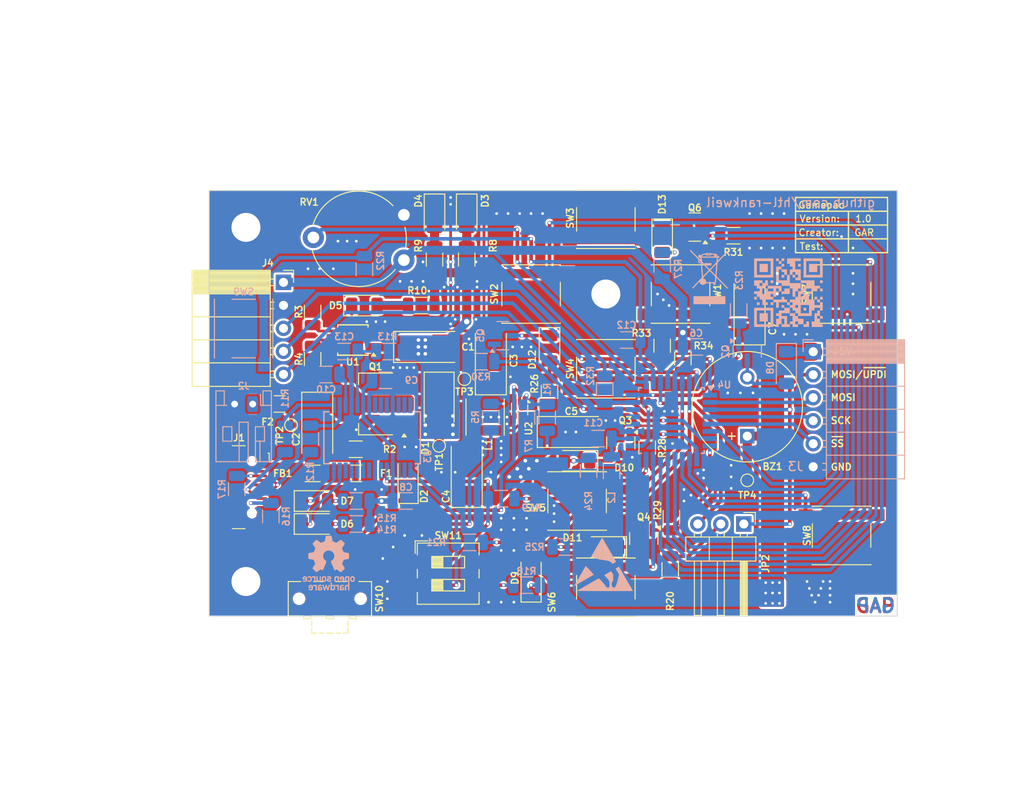
<source format=kicad_pcb>
(kicad_pcb (version 20221018) (generator pcbnew)
  (title_block (title "${acronym} - ${title}") (date "${date}") (rev "${revision}") (company "${company}") (comment 1 "${creator}") (comment 2 "${license}"))
  (layers (0 "F.Cu" signal) (31 "B.Cu" signal) (34 "B.Paste" user) (35 "F.Paste" user) (36 "B.SilkS" user "B.Silkscreen") (37 "F.SilkS" user "F.Silkscreen") (38 "B.Mask" user) (39 "F.Mask" user) (44 "Edge.Cuts" user))
  (property "acronym" "GAP")
  (property "company" "HTL-Rankweil")
  (property "creator" "GAR")
  (property "date" "1337-13-37")
  (property "license" "CC BY-NC-SA 4.0")
  (property "link" "github.com/htl-rankweil")
  (property "revision" "1.0")
  (property "title" "Gamepad")
  (net 0 "")
  (net 1 "GND")
  (net 2 "Net-(BZ1--)")
  (net 3 "+5V")
  (net 4 "/SCK")
  (net 5 "/SS")
  (net 6 "VBUS")
  (net 7 "Net-(D4-A)")
  (net 8 "Net-(D5-A)")
  (net 9 "/MOSI")
  (net 10 "Net-(D1-K)")
  (net 11 "UPDI")
  (net 12 "Net-(D11-K)")
  (net 13 "/MISO")
  (net 14 "Net-(D11-A)")
  (net 15 "Net-(D12-K)")
  (net 16 "Net-(D12-A)")
  (net 17 "Net-(D13-K)")
  (net 18 "Net-(D13-A)")
  (net 19 "USB_DM")
  (net 20 "USB_DP")
  (net 21 "SDA")
  (net 22 "SCL")
  (net 23 "~{TWI_E}")
  (net 24 "Net-(JP2-C)")
  (net 25 "Net-(Q2-G)")
  (net 26 "Net-(Q3-G)")
  (net 27 "Net-(Q4-G)")
  (net 28 "Net-(Q5-G)")
  (net 29 "Net-(Q6-G)")
  (net 30 "Net-(D9-K)")
  (net 31 "TXD")
  (net 32 "RXD")
  (net 33 "Net-(D6-A)")
  (net 34 "Net-(D7-A)")
  (net 35 "+BATT")
  (net 36 "Net-(SW10-C)")
  (net 37 "Net-(U3-3V3OUT)")
  (net 38 "Net-(U4-AVDD)")
  (net 39 "Net-(U4-PF6{slash}~{RESET})")
  (net 40 "Net-(D3-K)")
  (net 41 "Net-(D3-A)")
  (net 42 "Net-(D4-K)")
  (net 43 "Net-(D5-K)")
  (net 44 "Net-(D9-A)")
  (net 45 "Net-(D10-K)")
  (net 46 "Net-(D10-A)")
  (net 47 "Net-(J2-Pin_1)")
  (net 48 "Net-(U2-SW)")
  (net 49 "Net-(U2-FB)")
  (net 50 "Net-(U1-PROG)")
  (net 51 "Net-(U1-THERM)")
  (net 52 "Net-(U3-USBD+)")
  (net 53 "Net-(U3-USBD-)")
  (net 54 "Net-(U3-~{RESET})")
  (net 55 "Net-(U4-EXTCLK{slash}PA0)")
  (net 56 "Net-(U4-PA1)")
  (net 57 "Net-(U4-PF5)")
  (net 58 "Net-(U4-PD0)")
  (net 59 "Net-(U4-PD1)")
  (net 60 "Net-(U4-PD2)")
  (net 61 "Net-(U4-PD3)")
  (net 62 "Net-(U4-PD4)")
  (net 63 "Net-(U4-PD5)")
  (net 64 "Net-(U4-PD6)")
  (net 65 "Net-(U4-PD7)")
  (net 81 "Net-(SW10-B)")
  (net 82 "Net-(D6-K)")
  (net 83 "Net-(D7-K)")
  (net 84 "Net-(F1-Pad1)")
  (net 85 "Net-(FB1-Pad2)")
  (net 86 "Net-(J1-CC1)")
  (net 88 "Net-(J1-CC2)")
  (net 90 "Net-(R18-Pad1)")
  (footprint "Button_Switch_SMD:SW_SPST_PTS645" (layer "F.Cu") (at 149.86 81.28 180)
    (fp_text reference "SW2")
    (fp_text value "SW_Push" hide)
  )
  (footprint "Diode_SMD:D_MiniMELF" (layer "F.Cu") (at 136.271 101.755 90)
    (fp_text reference "D2")
    (fp_text value "BZV55B5V6")
  )
  (footprint "Resistor_SMD:R_1206_3216Metric" (layer "F.Cu") (at 137.7295 82.55)
    (fp_text reference "R10")
    (fp_text value "n.B.")
  )
  (footprint "Capacitor_Tantalum_SMD:CP_EIA-6032-28_Kemet-C" (layer "F.Cu") (at 142.748 101.092 90)
    (fp_text reference "C4")
    (fp_text value "10u")
  )
  (footprint "Button_Switch_SMD:SW_SPST_PTS645" (layer "F.Cu") (at 158.115 73.025)
    (fp_text reference "SW3")
    (fp_text value "SW_Push" hide)
  )
  (footprint "Buzzer_Beeper:MagneticBuzzer_ProSignal_ABT-410-RC" (layer "F.Cu") (at 173.736 96.976 90)
    (fp_text reference "BZ1")
    (fp_text value "Buzzer")
  )
  (footprint "Resistor_SMD:R_1206_3216Metric" (layer "F.Cu") (at 125.73 88.4575 90)
    (fp_text reference "R4")
    (fp_text value "10k")
  )
  (footprint "Package_TO_SOT_SMD:SOT-23" (layer "F.Cu") (at 167.9425 73.8856 180)
    (fp_text reference "Q6")
    (fp_text value "2N7002E")
  )
  (footprint "Resistor_SMD:R_1206_3216Metric" (layer "F.Cu") (at 166.624 88.392 -90)
    (fp_text reference "R34")
    (fp_text value "10k")
  )
  (footprint "Fuse:Fuse_1206_3216Metric" (layer "F.Cu") (at 122.0724 93.4212)
    (fp_text reference "F2")
    (fp_text value "1.5A")
  )
  (footprint "Capacitor_Tantalum_SMD:CP_EIA-6032-28_Kemet-C" (layer "F.Cu") (at 173.99 83.1355 90)
    (fp_text reference "C7")
    (fp_text value "47u")
  )
  (footprint "Inductor_SMD:L_1206_3216Metric" (layer "F.Cu") (at 125.73 101.092 180)
    (fp_text reference "FB1")
    (fp_text value "70Ω/100Mhz/3A" hide)
  )
  (footprint "Inductor_SMD:L_Vishay_IFSC-1515AH_4x4x1.8mm" (layer "F.Cu") (at 144.78 94.869 -90)
    (fp_text reference "L1")
    (fp_text value "2u2")
  )
  (footprint "Resistor_SMD:R_1206_3216Metric" (layer "F.Cu") (at 162.687 98.2365 90)
    (fp_text reference "R28")
    (fp_text value "1k")
  )
  (footprint "Resistor_SMD:R_1206_3216Metric" (layer "F.Cu") (at 142.748 77.47 -90)
    (fp_text reference "R8")
    (fp_text value "470")
  )
  (footprint "Button_Switch_SMD:SW_SPST_PTS645" (layer "F.Cu") (at 158.115 89.535 180)
    (fp_text reference "SW4")
    (fp_text value "SW_Push" hide)
  )
  (footprint "Capacitor_Tantalum_SMD:CP_EIA-6032-28_Kemet-C" (layer "F.Cu") (at 154.305 96.52)
    (fp_text reference "C5")
    (fp_text value "10u")
  )
  (footprint "Package_TO_SOT_SMD:SOT-223" (layer "F.Cu") (at 132.715 93.4212 180)
    (fp_text reference "Q1")
    (fp_text value "BSP613")
  )
  (footprint "LED_SMD:LED_1206_3216Metric" (layer "F.Cu") (at 142.748 72.517 -90)
    (fp_text reference "D3")
    (fp_text value "Red")
  )
  (footprint "Package_SO:MSOP-10_3x3mm_P0.5mm" (layer "F.Cu") (at 130.175 86.36 180)
    (fp_text reference "U1")
    (fp_text value "MCP73833")
  )
  (footprint "MountingHole:MountingHole_3.2mm_M3_DIN965_Pad" (layer "F.Cu") (at 158.115 81.28)
    (fp_text reference "H3" hide)
    (fp_text value "M3" hide)
  )
  (footprint "Resistor_SMD:R_1206_3216Metric" (layer "F.Cu") (at 125.73 83.2465 -90)
    (fp_text reference "R3")
    (fp_text value "1k")
  )
  (footprint "TestPoint:TestPoint_Pad_D1.0mm" (layer "F.Cu") (at 173.736 101.854)
    (fp_text reference "TP4")
    (fp_text value "TestPoint_Probe" hide)
  )
  (footprint "Resistor_SMD:R_1206_3216Metric" (layer "F.Cu") (at 165.354 105.918 -90)
    (fp_text reference "R29")
    (fp_text value "1k")
  )
  (footprint "Package_TO_SOT_SMD:SOT-23" (layer "F.Cu") (at 162.306 108.2825 -90)
    (fp_text reference "Q4")
    (fp_text value "2N7002E")
  )
  (footprint "Button_Switch_SMD:SW_SPST_PTS645" (layer "F.Cu") (at 184.15 107.95)
    (fp_text reference "SW8")
    (fp_text value "SW_Push" hide)
  )
  (footprint "Capacitor_Tantalum_SMD:CP_EIA-6032-28_Kemet-C" (layer "F.Cu") (at 145.415 88.646 90)
    (fp_text reference "C3")
    (fp_text value "10u")
  )
  (footprint "LED_SMD:LED_1206_3216Metric" (layer "F.Cu") (at 139.192 72.517 -90)
    (fp_text reference "D4")
    (fp_text value "Green")
  )
  (footprint "Resistor_SMD:R_1206_3216Metric" (layer "F.Cu") (at 172.212 74.8356 180)
    (fp_text reference "R31")
    (fp_text value "1k")
  )
  (footprint "TestPoint:TestPoint_Pad_D1.0mm" (layer "F.Cu") (at 123.3424 95.758)
    (fp_text reference "TP2")
    (fp_text value "TestPoint_Probe" hide)
  )
  (footprint "TestPoint:TestPoint_Pad_D1.0mm" (layer "F.Cu") (at 139.7 98.044)
    (fp_text reference "TP1")
    (fp_text value "TestPoint_Probe" hide)
  )
  (footprint "LED_SMD:LED_1206_3216Metric" (layer "F.Cu") (at 131.445 82.55)
    (fp_text reference "D5")
    (fp_text value "n.B.")
  )
  (footprint "Capacitor_Tantalum_SMD:CP_EIA-6032-28_Kemet-C" (layer "F.Cu") (at 126.238 95.885 -90)
    (fp_text reference "C2")
    (fp_text value "10u")
  )
  (footprint "LED_SMD:LED_1206_3216Metric" (layer "F.Cu") (at 158.115 109.22 180)
    (fp_text reference "D11")
    (fp_text value "Red")
  )
  (footprint "Connector_PinHeader_2.54mm:PinHeader_1x03_P2.54mm_Horizontal" (layer "F.Cu") (at 173.355 106.68 -90)
    (fp_text reference "JP2")
    (fp_text value "Jumper_3_Bridged12" hide)
  )
  (footprint "Resistor_SMD:R_1206_3216Metric" (layer "F.Cu") (at 151.892 92.075 90)
    (fp_text reference "R26")
    (fp_text value "300")
  )
  (footprint "LED_SMD:LED_1206_3216Metric" (layer "F.Cu") (at 164.338 75.2856 -90)
    (fp_text reference "D13")
    (fp_text value "Yellow")
  )
  (footprint "Connector_USB:USB_C_Receptacle_GCT_USB4110" (layer "F.Cu") (at 116.423 102.616 -90)
    (fp_text reference "J1")
    (fp_text value "USB_C_Receptacle")
  )
  (footprint "Button_Switch_SMD:SW_SPST_PTS645" (layer "F.Cu") (at 166.37 81.28 180)
    (fp_text reference "SW1")
    (fp_text value "SW_Push" hide)
  )
  (footprint "Connector_PinSocket_2.54mm:PinSocket_1x05_P2.54mm_Horizontal" (layer "F.Cu") (at 122.51 79.99)
    (fp_text reference "J4")
    (fp_text value "Conn_01x05_Socket" hide)
  )
  (footprint "Button_Switch_SMD:SW_SPST_PTS645" (layer "F.Cu") (at 184.15 81.28)
    (fp_text reference "SW7")
    (fp_text value "SW_Push" hide)
  )
  (footprint "LED_SMD:LED_1206_3216Metric" (layer "F.Cu") (at 151.892 87.2744 -90)
    (fp_text reference "D12")
    (fp_text value "Yellow")
  )
  (footprint "Diode_SMD:D_SMA" (layer "F.Cu") (at 139.7 93.4212 -90)
    (fp_text reference "D1")
    (fp_text value "DO-214AC")
  )
  (footprint "LED_SMD:LED_1206_3216Metric" (layer "F.Cu") (at 125.984 104.14)
    (fp_text reference "D7")
    (fp_text value "Green")
  )
  (footprint "MountingHole:MountingHole_3.2mm_M3_DIN965_Pad" (layer "F.Cu") (at 118.364 73.914)
    (fp_text reference "H1" hide)
    (fp_text value "M3" hide)
  )
  (footprint "MountingHole:MountingHole_3.2mm_M3_DIN965_Pad" (layer "F.Cu") (at 118.364 113.03)
    (fp_text reference "H2" hide)
    (fp_text value "M3" hide)
  )
  (footprint "Button_Switch_SMD:SW_SPST_PTS645" (layer "F.Cu") (at 154.94 104.14 180)
    (fp_text reference "SW5")
    (fp_text value "SW_Push" hide)
  )
  (footprint "Package_TO_SOT_SMD:SOT-563" (layer "F.Cu") (at 148.59 93.98 -90)
    (fp_text reference "U2")
    (fp_text value "TPS61023DRLR")
  )
  (footprint "Package_TO_SOT_SMD:SOT-23" (layer "F.Cu") (at 159.766 97.7115 -90)
    (fp_text reference "Q3")
    (fp_text value "2N7002E")
  )
  (footprint "TestPoint:TestPoint_Pad_D1.0mm" (layer "F.Cu") (at 142.494 90.678)
    (fp_text reference "TP3")
    (fp_text value "TestPoint_Probe" hide)
  )
  (footprint "Button_Switch_SMD:SW_DIP_SPSTx02_Slide_6.7x6.64mm_W8.61mm_P2.54mm_LowProfile" (layer "F.Cu") (at 140.703 112.1664)
    (fp_text reference "SW11")
    (fp_text value "SW_DIP_x02")
  )
  (footprint "Resistor_SMD:R_1206_3216Metric" (layer "F.Cu") (at 139.192 77.47 -90)
    (fp_text reference "R9")
    (fp_text value "470")
  )
  (footprint "Button_Switch_SMD:SW_SPDT_CK-JS102011SAQN" (layer "F.Cu") (at 127.635 114.935)
    (fp_text reference "SW10")
    (fp_text value "SW_SPDT" hide)
  )
  (footprint "Resistor_SMD:R_1206_3216Metric" (layer "F.Cu") (at 165.227 111.6945 90)
    (fp_text reference "R20")
    (fp_text value "470")
  )
  (footprint "Button_Switch_SMD:SW_SPST_PTS645" (layer "F.Cu") (at 158.115 113.665 180)
    (fp_text reference "SW6")
    (fp_text value "SW_Push" hide)
  )
  (footprint "LED_SMD:LED_1206_3216Metric" (layer "F.Cu") (at 154.94 99.695 180)
    (fp_text reference "D10")
    (fp_text value "Green")
  )
  (footprint "Resistor_SMD:R_1206_3216Metric" (layer "F.Cu") (at 164.338 86.995 -90)
    (fp_text reference "R33")
    (fp_text value "10k")
  )
  (footprint "Fuse:Fuse_1206_3216Metric" (layer "F.Cu") (at 130.556 101.092)
    (fp_text reference "F1")
    (fp_text value "2.0A")
  )
  (footprint "Potentiometer_THT:Potentiometer_Piher_PT-10-V10_Vertical" (layer "F.Cu") (at 135.81 72.534 180)
    (fp_text reference "RV1")
    (fp_text value "10k")
  )
  (footprint "LED_SMD:LED_1206_3216Metric" (layer "F.Cu") (at 125.984 106.68)
    (fp_text reference "D6")
    (fp_text value "Red")
  )
  (footprint "Resistor_SMD:R_1206_3216Metric" (layer "F.Cu") (at 130.4905 98.425)
    (fp_text reference "R2")
    (fp_text value "1k")
  )
  (footprint "Capacitor_Tantalum_SMD:CP_EIA-6032-28_Kemet-C" (layer "F.Cu") (at 138.43 87.122)
    (fp_text reference "C1")
    (fp_text value "10u")
  )
  (footprint "Diode_SMD:D_MiniMELF" (layer "F.Cu") (at 149.86 112.6464 90)
    (fp_text reference "D9")
    (fp_text value "BAT43")
  )
  (footprint "Resistor_SMD:R_1206_3216Metric" (layer "B.Cu") (at 145.415 94.869 -90)
    (fp_text reference "R5")
    (fp_text value "1k")
  )
  (footprint "Resistor_SMD:R_1206_3216Metric" (layer "B.Cu") (at 149.352 94.9345 -90)
    (fp_text reference "R7")
    (fp_text value "100k")
  )
  (footprint "Symbol:OSHW-Logo_5.7x6mm_SilkScreen" (layer "B.Cu") (at 127.508 110.998 180)
    (fp_text reference "FID2" hide)
    (fp_text value "OH" hide)
  )
  (footprint "Resistor_SMD:R_1206_3216Metric" (layer "B.Cu") (at 156.21 100.838 90)
    (fp_text reference "R24")
    (fp_text value "300")
  )
  (footprint "Resistor_SMD:R_1206_3216Metric" (layer "B.Cu") (at 153.67 109.22 180)
    (fp_text reference "R25")
    (fp_text value "300")
  )
  (footprint "Resistor_SMD:R_1206_3216Metric" (layer "B.Cu") (at 117.348 102.8339 90)
    (fp_text reference "R17")
    (fp_text value "5k1")
  )
  (footprint "Capacitor_SMD:C_1206_3216Metric" (layer "B.Cu") (at 127.22 90.17)
    (fp_text reference "C10")
    (fp_text value "100n")
  )
  (footprint "Resistor_SMD:R_1206_3216Metric" (layer "B.Cu") (at 131.445 78.5475 -90)
    (fp_text reference "R22")
    (fp_text value "10k")
  )
  (footprint "Images:QR_0x007e" (layer "B.Cu") (at 178.435 81.28 -90)
    (fp_text reference "FID4" hide)
    (fp_text value "QR" hide)
  )
  (footprint "Symbol:ESD-Logo_6.6x6mm_SilkScreen" (layer "B.Cu") (at 157.861 111.125 180)
    (fp_text reference "FID1" hide)
    (fp_text value "ESD" hide)
  )
  (footprint "Resistor_SMD:R_1206_3216Metric" (layer "B.Cu") (at 157.988 91.8063 90)
    (fp_text reference "R32")
    (fp_text value "10k")
  )
  (footprint "Resistor_SMD:R_1206_3216Metric" (layer "B.Cu") (at 146.558 103.886 180)
    (fp_text reference "R19")
    (fp_text value "22k")
  )
  (footprint "Resistor_SMD:R_1206_3216Metric" (layer "B.Cu") (at 122.682 97.282 90)
    (fp_text reference "R11")
    (fp_text value "27R")
  )
  (footprint "Resistor_SMD:R_1206_3216Metric" (layer "B.Cu") (at 172.786 83.058 -90)
    (fp_text reference "R23")
    (fp_text value "1k")
  )
  (footprint "Resistor_SMD:R_1206_3216Metric" (layer "B.Cu") (at 149.352 113.4364)
    (fp_text reference "R18")
    (fp_text value "1k")
  )
  (footprint "Capacitor_SMD:C_1206_3216Metric" (layer "B.Cu") (at 157.275 97.25 180)
    (fp_text reference "C11")
    (fp_text value "10u")
  )
  (footprint "Resistor_SMD:R_1206_3216Metric" (layer "B.Cu") (at 130.556 106.68 180)
    (fp_text reference "R14")
    (fp_text value "300")
  )
  (footprint "Resistor_SMD:R_1206_3216Metric" (layer "B.Cu") (at 125.476 97.282 90)
    (fp_text reference "R12")
    (fp_text value "27R")
  )
  (footprint "Symbol:WEEE-Logo_4.2x6mm_SilkScreen" (layer "B.Cu") (at 169.545 79.375 180)
    (fp_text reference "FID3" hide)
    (fp_text value "BIN" hide)
  )
  (footprint "Resistor_SMD:R_1206_3216Metric" (layer "B.Cu") (at 121.1072 105.8311 90)
    (fp_text reference "R16")
    (fp_text value "5k1")
  )
  (footprint "Diode_SMD:D_MiniMELF" (layer "B.Cu") (at 178.054 89.4054 -90)
    (fp_text reference "D8")
    (fp_text value "BAT43")
  )
  (footprint "Package_QFP:TQFP-32_7x7mm_P0.8mm" (layer "B.Cu") (at 165.354 95.25 180)
    (fp_text reference "U4")
    (fp_text value "ATmega3208-A")
  )
  (footprint "Resistor_SMD:R_1206_3216Metric" (layer "B.Cu") (at 144.3335 88.7476)
    (fp_text reference "R30")
    (fp_text value "1k")
  )
  (footprint "Resistor_SMD:R_1206_3216Metric" (layer "B.Cu") (at 134.205 87.63)
    (fp_text reference "R13")
    (fp_text value "330k")
  )
  (footprint "Capacitor_SMD:C_1206_3216Metric" (layer "B.Cu") (at 129.2205 87.63)
    (fp_text reference "C13")
    (fp_text value "10u")
  )
  (footprint "Capacitor_SMD:C_1206_3216Metric" (layer "B.Cu") (at 160.45 86.36 180)
    (fp_text reference "C12")
    (fp_text value "10n")
  )
  (footprint "Button_Switch_SMD:SW_SPST_PTS645" (layer "B.Cu") (at 118.11 85.09 -90)
    (fp_text reference "SW9")
    (fp_text value "SW_Push" hide)
  )
  (footprint "Connector_PinSocket_2.54mm:PinSocket_1x06_P2.54mm_Horizontal" (layer "B.Cu") (at 181.02 87.655 180)
    (fp_text reference "J3")
    (fp_text value "Conn_01x06_Socket" hide)
  )
  (footprint "Resistor_SMD:R_1206_3216Metric" (layer "B.Cu") (at 151.638 94.9345 -90)
    (fp_text reference "R1")
    (fp_text value "732k")
  )
  (footprint "Connector_JST:JST_PH_S2B-PH-K_1x02_P2.00mm_Horizontal" (layer "B.Cu") (at 119.11 93.435 180)
    (fp_text reference "J2")
    (fp_text value "Conn_01x02_Pin" hide)
  )
  (footprint "Package_TO_SOT_SMD:SOT-23" (layer "B.Cu") (at 173.736 87.63 -90)
    (fp_text reference "Q2")
    (fp_text value "2N7002E")
  )
  (footprint "Resistor_SMD:R_1206_3216Metric" (layer "B.Cu") (at 130.556 104.14 180)
    (fp_text reference "R15")
    (fp_text value "300")
  )
  (footprint "Capacitor_SMD:C_1206_3216Metric" (layer "B.Cu") (at 133.775 90.805)
    (fp_text reference "C9")
    (fp_text value "100n")
  )
  (footprint "Resistor_SMD:R_1206_3216Metric" (layer "B.Cu") (at 164.338 78.1451 90)
    (fp_text reference "R27")
    (fp_text value "300")
  )
  (footprint "Capacitor_SMD:C_1206_3216Metric" (layer "B.Cu") (at 168.099 87.122)
    (fp_text reference "C6")
    (fp_text value "100n")
  )
  (footprint "Capacitor_SMD:C_1206_3216Metric" (layer "B.Cu") (at 136.0442 104.14)
    (fp_text reference "C8")
    (fp_text value "100n")
  )
  (footprint "Package_TO_SOT_SMD:SOT-23" (layer "B.Cu") (at 146.7335 85.8774)
    (fp_text reference "Q5")
    (fp_text value "2N7002E")
  )
  (footprint "Resistor_SMD:R_1206_3216Metric" (layer "B.Cu") (at 143.0528 108.712 180)
    (fp_text reference "R21")
    (fp_text value "22k")
  )
  (footprint "Package_SO:SSOP-28_5.3x10.2mm_P0.65mm" (layer "B.Cu") (at 132.3 97.155 90)
    (fp_text reference "U3")
    (fp_text value "FT232RL")
  )
  (footprint "Inductor_SMD:L_1206_3216Metric" (layer "B.Cu") (at 158.75 100.838 90)
    (fp_text reference "L2")
    (fp_text value "10u")
  )
  (gr_line (start 186.6265 89.408) (end 188.976 89.408) (stroke (width 0.15)) (layer "F.SilkS"))
  (gr_line (start 189.23 72.136) (end 179.07 72.136) (stroke (width 0.15)) (layer "F.SilkS"))
  (gr_rect (start 179.07 70.612) (end 189.23 76.708) (stroke (width 0.15)) (fill none) (layer "F.SilkS"))
  (gr_line (start 189.23 73.66) (end 179.07 73.66) (stroke (width 0.15)) (layer "F.SilkS"))
  (gr_line (start 189.23 75.184) (end 179.07 75.184) (stroke (width 0.15)) (layer "F.SilkS"))
  (gr_line (start 184.912 76.708) (end 184.912 72.136) (stroke (width 0.15)) (layer "F.SilkS"))
  (gr_line (start 183.10225 97.028) (end 184.277 97.028) (stroke (width 0.15)) (layer "F.SilkS"))
  (gr_rect (start 114.3 69.85) (end 190.3 116.85) (stroke (width 0.1)) (fill none) (layer "Edge.Cuts"))
  (gr_text "${acronym}" (at 185.547 116.586) (layer "F.Cu") (effects (font (size 1.5 1.5) (thickness 0.3) bold) (justify left bottom)))
  (gr_text "${acronym}" (at 190.246 116.586) (layer "B.Cu") (effects (font (size 1.5 1.5) (thickness 0.3) bold) (justify left bottom mirror)))
  (gr_text "${link}" (at 187.96 71.755) (layer "B.SilkS") (effects (font (size 1 1)) (justify left bottom mirror)))
  (gr_text "GND" (at 182.88 100.3808) (layer "F.SilkS") (effects (font (size 0.75 0.75) (thickness 0.15) bold) (justify left)))
  (gr_text "MOSI/UPDI" (at 182.88 90.17) (layer "F.SilkS") (effects (font (size 0.75 0.75) (thickness 0.15) bold) (justify left)))
  (gr_text "Test:" (at 179.451 76.454) (layer "F.SilkS") (effects (font (size 0.75 0.75) (thickness 0.12)) (justify left bottom)))
  (gr_text "Version:   ${revision}" (at 179.451 73.406) (layer "F.SilkS") (effects (font (size 0.75 0.75) (thickness 0.12)) (justify left bottom)))
  (gr_text "Creator:   ${creator}" (at 179.324 74.93) (layer "F.SilkS") (effects (font (size 0.75 0.75) (thickness 0.12)) (justify left bottom)))
  (gr_text "+5V" (at 182.88 87.63) (layer "F.SilkS") (effects (font (size 0.75 0.75) (thickness 0.15) bold) (justify left)))
  (gr_text "${title}" (at 179.324 71.882) (layer "F.SilkS") (effects (font (size 0.75 0.75) (thickness 0.12)) (justify left bottom)))
  (gr_text "SS" (at 182.88 97.79) (layer "F.SilkS") (effects (font (size 0.75 0.75) (thickness 0.15) bold) (justify left)))
  (gr_text "SCK" (at 182.88 95.25) (layer "F.SilkS") (effects (font (size 0.75 0.75) (thickness 0.15) bold) (justify left)))
  (gr_text "MOSI" (at 182.88 92.71) (layer "F.SilkS") (effects (font (size 0.75 0.75) (thickness 0.15) bold) (justify left)))
  (via (at 147.193 95.631) (size 0.4) (drill 0.3) (layers "F.Cu" "B.Cu") (net 1))
  (via (at 153.67 96.52) (size 0.4) (drill 0.3) (layers "F.Cu" "B.Cu") (net 1))
  (via (at 130.429 102.87) (size 0.4) (drill 0.3) (layers "F.Cu" "B.Cu") (net 1))
  (via (at 151.13 72.39) (size 0.4) (drill 0.3) (layers "F.Cu" "B.Cu") (net 1))
  (via (at 168.91 100.711) (size 0.4) (drill 0.3) (layers "F.Cu" "B.Cu") (net 1))
  (via (at 147.955 115.316) (size 0.4) (drill 0.3) (layers "F.Cu" "B.Cu") (net 1))
  (via (at 133.985 114.935) (size 0.4) (drill 0.3) (layers "F.Cu" "B.Cu") (net 1))
  (via (at 147.193 94.869) (size 0.4) (drill 0.3) (layers "F.Cu" "B.Cu") (net 1))
  (via (at 135.89 98.171) (size 0.4) (drill 0.3) (layers "F.Cu" "B.Cu") (net 1))
  (via (at 149.352 106.045) (size 0.4) (drill 0.3) (layers "F.Cu" "B.Cu") (net 1))
  (via (at 136.652 79.883) (size 0.4) (drill 0.3) (layers "F.Cu" "B.Cu") (net 1))
  (via (at 135.89 107.95) (size 0.4) (drill 0.3) (layers "F.Cu" "B.Cu") (net 1))
  (via (at 172.974 92.202) (size 0.4) (drill 0.3) (layers "F.Cu" "B.Cu") (net 1))
  (via (at 175.26 76.2) (size 0.4) (drill 0.3) (layers "F.Cu" "B.Cu") (net 1))
  (via (at 177.8 72.39) (size 0.4) (drill 0.3) (layers "F.Cu" "B.Cu") (net 1))
  (via (at 165.481 94.234) (size 0.4) (drill 0.3) (layers "F.Cu" "B.Cu") (net 1))
  (via (at 165.1 82.55) (size 0.4) (drill 0.3) (layers "F.Cu" "B.Cu") (net 1))
  (via (at 175.26 72.39) (size 0.4) (drill 0.3) (layers "F.Cu" "B.Cu") (net 1))
  (via (at 145.415 94.869) (size 0.4) (drill 0.3) (layers "F.Cu" "B.Cu") (net 1))
  (via (at 147.955 109.601) (size 0.4) (drill 0.3) (layers "F.Cu" "B.Cu") (net 1))
  (via (at 128.524 75.438) (size 0.4) (drill 0.3) (layers "F.Cu" "B.Cu") (net 1))
  (via (at 148.59 72.39) (size 0.4) (drill 0.3) (layers "F.Cu" "B.Cu") (net 1))
  (via (at 168.275 101.092) (size 0.4) (drill 0.3) (layers "F.Cu" "B.Cu") (net 1))
  (via (at 173.99 76.2) (size 0.4) (drill 0.3) (layers "F.Cu" "B.Cu") (net 1))
  (via (at 181.864 113.792) (size 0.4) (drill 0.3) (layers "F.Cu" "B.Cu") (net 1))
  (via (at 147.828 87.122) (size 0.4) (drill 0.3) (layers "F.Cu" "B.Cu") (net 1))
  (via (at 184.15 74.93) (size 0.4) (drill 0.3) (layers "F.Cu" "B.Cu") (net 1))
  (via (at 177.038 78.994) (size 0.4) (drill 0.3) (layers "F.Cu" "B.Cu") (net 1))
  (via (at 145.415 100.965) (size 0.4) (drill 0.3) (layers "F.Cu" "B.Cu") (net 1))
  (via (at 147.574 90.424) (size 0.4) (drill 0.3) (layers "F.Cu" "B.Cu") (net 1))
  (via (at 143.891 80.518) (size 0.4) (drill 0.3) (layers "F.Cu" "B.Cu") (net 1))
  (via (at 135.382 79.883) (size 0.4) (drill 0.3) (layers "F.Cu" "B.Cu") (net 1))
  (via (at 177.038 80.137) (size 0.4) (drill 0.3) (layers "F.Cu" "B.Cu") (net 1))
  (via (at 152.4 106.426) (size 0.4) (drill 0.3) (layers "F.Cu" "B.Cu") (net 1))
  (via (at 185.42 78.994) (size 0.4) (drill 0.3) (layers "F.Cu" "B.Cu") (net 1))
  (via (at 164.592 94.234) (size 0.4) (drill 0.3) (layers "F.Cu" "B.Cu") (net 1))
  (via (at 136.144 89.408) (size 0.4) (drill 0.3) (layers "F.Cu" "B.Cu") (net 1))
  (via (at 143.002 86.233) (size 0.4) (drill 0.3) (layers "F.Cu" "B.Cu") (net 1))
  (via (at 129.54 75.438) (size 0.4) (drill 0.3) (layers "F.Cu" "B.Cu") (net 1))
  (via (at 161.036 99.314) (size 0.4) (drill 0.3) (layers "F.Cu" "B.Cu") (net 1))
  (via (at 137.922 77.724) (size 0.4) (drill 0.3) (layers "F.Cu" "B.Cu") (net 1))
  (via (at 143.764 84.074) (size 0.4) (drill 0.3) (layers "F.Cu" "B.Cu") (net 1))
  (via (at 139.954 100.965) (size 0.4) (drill 0.3) (layers "F.Cu" "B.Cu") (net 1))
  (via (at 125.222 78.486) (size 0.4) (drill 0.3) (layers "F.Cu" "B.Cu") (net 1))
  (via (at 136.906 89.408) (size 0.4) (drill 0.3) (layers "F.Cu" "B.Cu") (net 1))
  (via (at 146.558 106.045) (size 0.4) (drill 0.3) (layers "F.Cu" "B.Cu") (net 1))
  (via (at 143.891 79.883) (size 0.4) (drill 0.3) (layers "F.Cu" "B.Cu") (net 1))
  (via (at 141.478 84.074) (size 0.4) (drill 0.3) (layers "F.Cu" "B.Cu") (net 1))
  (via (at 137.795 107.95) (size 0.4) (drill 0.3) (layers "F.Cu" "B.Cu") (net 1))
  (via (at 166.751 104.14) (size 0.4) (drill 0.3) (layers "F.Cu" "B.Cu") (net 1))
  (via (at 152.4 105.537) (size 0.4) (drill 0.3) (layers "F.Cu" "B.Cu") (net 1))
  (via (at 133.35 102.87) (size 0.4) (drill 0.3) (layers "F.Cu" "B.Cu") (net 1))
  (via (at 145.161 115.316) (size 0.4) (drill 0.3) (layers "F.Cu" "B.Cu") (net 1))
  (via (at 146.05 72.39) (size 0.4) (drill 0.3) (layers "F.Cu" "B.Cu") (net 1))
  (via (at 146.558 99.06) (size 0.4) (drill 0.3) (layers "F.Cu" "B.Cu") (net 1))
  (via (at 158.115 95.25) (size 0.4) (drill 0.3) (layers "F.Cu" "B.Cu") (net 1))
  (via (at 141.732 80.518) (size 0.4) (drill 0.3) (layers "F.Cu" "B.Cu") (net 1))
  (via (at 152.4 104.648) (size 0.4) (drill 0.3) (layers "F.Cu" "B.Cu") (net 1))
  (via (at 171.577 92.202) (size 0.4) (drill 0.3) (layers "F.Cu" "B.Cu") (net 1))
  (via (at 147.955 106.045) (size 0.4) (drill 0.3) (layers "F.Cu" "B.Cu") (net 1))
  (via (at 140.97 84.582) (size 0.4) (drill 0.3) (layers "F.Cu" "B.Cu") (net 1))
  (via (at 171.958 100.203) (size 0.4) (drill 0.3) (layers "F.Cu" "B.Cu") (net 1))
  (via (at 159.131 95.25) (size 0.4) (drill 0.3) (layers "F.Cu" "B.Cu") (net 1))
  (via (at 173.99 72.39) (size 0.4) (drill 0.3) (layers "F.Cu" "B.Cu") (net 1))
  (via (at 182.88 115.316) (size 0.4) (drill 0.3) (layers "F.Cu" "B.Cu") (net 1))
  (via (at 146.304 94.869) (size 0.4) (drill 0.3) (layers "F.Cu" "B.Cu") (net 1))
  (via (at 140.2588 80.518) (size 0.4) (drill 0.3) (layers "F.Cu" "B.Cu") (net 1))
  (via (at 149.352 107.315) (size 0.4) (drill 0.3) (layers "F.Cu" "B.Cu") (net 1))
  (via (at 137.922 79.883) (size 0.4) (drill 0.3) (layers "F.Cu" "B.Cu") (net 1))
  (via (at 185.42 80.137) (size 0.4) (drill 0.3) (layers "F.Cu" "B.Cu") (net 1))
  (via (at 177.038 81.28) (size 0.4) (drill 0.3) (layers "F.Cu" "B.Cu") (net 1))
  (via (at 130.556 75.438) (size 0.4) (drill 0.3) (layers "F.Cu" "B.Cu") (net 1))
  (via (at 140.97 70.612) (size 0.4) (drill 0.3) (layers "F.Cu" "B.Cu") (net 1))
  (via (at 140.97 71.374) (size 0.4) (drill 0.3) (layers "F.Cu" "B.Cu") (net 1))
  (via (at 176.53 76.2) (size 0.4) (drill 0.3) (layers "F.Cu" "B.Cu") (net 1))
  (via (at 146.558 99.822) (size 0.4) (drill 0.3) (layers "F.Cu" "B.Cu") (net 1))
  (via (at 181.229 115.316) (size 0.4) (drill 0.3) (layers "F.Cu" "B.Cu") (net 1))
  (via (at 133.731 84.328) (size 0.4) (drill 0.3) (layers "F.Cu" "B.Cu") (net 1))
  (via (at 137.16 98.171) (size 0.4) (drill 0.3) (layers "F.Cu" "B.Cu") (net 1))
  (via (at 131.699 84.328) (size 0.4) (drill 0.3) (layers "F.Cu" "B.Cu") (net 1))
  (via (at 179.07 85.725) (size 0.4) (drill 0.3) (layers "F.Cu" "B.Cu") (net 1))
  (via (at 182.118 113.03) (size 0.4) (drill 0.3) (layers "F.Cu" "B.Cu") (net 1))
  (via (at 134.62 89.408) (size 0.4) (drill 0.3) (layers "F.Cu" "B.Cu") (net 1))
  (via (at 182.88 113.03) (size 0.4) (drill 0.3) (layers "F.Cu" "B.Cu") (net 1))
  (via (at 180.34 85.725) (size 0.4) (drill 0.3) (layers "F.Cu" "B.Cu") (net 1))
  (via (at 146.558 107.315) (size 0.4) (drill 0.3) (layers "F.Cu" "B.Cu") (net 1))
  (via (at 146.558 98.298) (size 0.4) (drill 0.3) (layers "F.Cu" "B.Cu") (net 1))
  (via (at 164.465 81.915) (size 0.4) (drill 0.3) (layers "F.Cu" "B.Cu") (net 1))
  (via (at 148.844 87.122) (size 0.4) (drill 0.3) (layers "F.Cu" "B.Cu") (net 1))
  (via (at 177.8 76.2) (size 0.4) (drill 0.3) (layers "F.Cu" "B.Cu") (net 1))
  (via (at 180.594 113.792) (size 0.4) (drill 0.3) (layers "F.Cu" "B.Cu") (net 1))
  (via (at 133.477 110.49) (size 0.4) (drill 0.3) (layers "F.Cu" "B.Cu") (net 1))
  (via (at 167.513 103.505) (size 0.4) (drill 0.3) (layers "F.Cu" "B.Cu") (net 1))
  (via (at 182.88 114.554) (size 0.4) (drill 0.3) (layers "F.Cu" "B.Cu") (net 1))
  (via (at 182.88 113.792) (size 0.4) (drill 0.3) (layers "F.Cu" "B.Cu") (net 1))
  (via (at 185.42 76.2) (size 0.4) (drill 0.3) (layers "F.Cu" "B.Cu") (net 1))
  (via (at 126.492 78.486) (size 0.4) (drill 0.3) (layers "F.Cu" "B.Cu") (net 1))
  (via (at 146.558 109.601) (size 0.4) (drill 0.3) (layers "F.Cu" "B.Cu") (net 1))
  (via (at 154.813 96.52) (size 0.4) (drill 0.3) (layers "F.Cu" "B.Cu") (net 1))
  (via (at 146.558 97.536) (size 0.4) (drill 0.3) (layers "F.Cu" "B.Cu") (net 1))
  (via (at 163.83 81.28) (size 0.4) (drill 0.3) (layers "F.Cu" "B.Cu") (net 1))
  (via (at 149.86 87.122) (size 0.4) (drill 0.3) (layers "F.Cu" "B.Cu") (net 1))
  (via (at 171.958 101.473) (size 0.4) (drill 0.3) (layers "F.Cu" "B.Cu") (net 1))
  (via (at 143.764 77.724) (size 0.4) (drill 0.3) (layers "F.Cu" "B.Cu") (net 1))
  (via (at 144.526 94.869) (size 0.4) (drill 0.3) (layers "F.Cu" "B.Cu") (net 1))
  (via (at 171.958 102.743) (size 0.4) (drill 0.3) (layers "F.Cu" "B.Cu") (net 1))
  (via (at 149.86 72.39) (size 0.4) (drill 0.3) (layers "F.Cu" "B.Cu") (net 1))
  (via (at 144.526 98.298) (size 0.4) (drill 0.3) (layers "F.Cu" "B.Cu") (net 1))
  (via (at 130.556 96.266) (size 0.4) (drill 0.3) (layers "F.Cu" "B.Cu") (net 1))
  (via (at 181.61 114.554) (size 0.4) (drill 0.3) (layers "F.Cu" "B.Cu") (net 1))
  (via (at 134.62 109.22) (size 0.4) (drill 0.3) (layers "F.Cu" "B.Cu") (net 1))
  (via (at 133.985 113.03) (size 0.4) (drill 0.3) (layers "F.Cu" "B.Cu") (net 1))
  (via (at 166.751 102.87) (size 0.4) (drill 0.3) (layers "F.Cu" "B.Cu") (net 1))
  (via (at 180.848 114.554) (size 0.4) (drill 0.3) (layers "F.Cu" "B.Cu") (net 1))
  (via (at 174.371 92.202) (size 0.4) (drill 0.3) (layers "F.Cu" "B.Cu") (net 1))
  (via (at 144.526 99.06) (size 0.4) (drill 0.3) (layers "F.Cu" "B.Cu") (net 1))
  (via (at 144.526 97.536) (size 0.4) (drill 0.3) (layers "F.Cu" "B.Cu") (net 1))
  (via (at 185.42 81.28) (size 0.4) (drill 0.3) (layers "F.Cu" "B.Cu") (net 1))
  (via (at 146.558 115.316) (size 0.4) (drill 0.3) (layers "F.Cu" "B.Cu") (net 1))
  (via (at 177.8 85.725) (size 0.4) (drill 0.3) (layers "F.Cu" "B.Cu") (net 1))
  (via (at 168.91 101.6) (size 0.4) (drill 0.3) (layers "F.Cu" "B.Cu") (net 1))
  (via (at 180.34 113.03) (size 0.4) (drill 0.3) (layers "F.Cu" "B.Cu") (net 1))
  (via (at 176.53 72.39) (size 0.4) (drill 0.3) (layers "F.Cu" "B.Cu") (net 1))
  (via (at 141.478 100.965) (size 0.4) (drill 0.3) (layers "F.Cu" "B.Cu") (net 1))
  (via (at 147.955 107.315) (size 0.4) (drill 0.3) (layers "F.Cu" "B.Cu") (net 1))
  (via (at 132.715 84.328) (size 0.4) (drill 0.3) (layers "F.Cu" "B.Cu") (net 1))
  (via (at 128.016 78.486) (size 0.4) (drill 0.3) (layers "F.Cu" "B.Cu") (net 1))
  (via (at 147.32 72.39) (size 0.4) (drill 0.3) (layers "F.Cu" "B.Cu") (net 1))
  (via (at 165.481 97.79) (size 0.4) (drill 0.3) (layers "F.Cu" "B.Cu") (net 1))
  (via (at 135.382 89.408) (size 0.4) (drill 0.3) (layers "F.Cu" "B.Cu") (net 1))
  (segment (start 135.8016 72.5424) (end 135.81 72.534) (width 1) (layer "B.Cu") (net 1))
  (segment (start 174.4154 91.1554) (end 173.736 90.476) (width 0.4) (layer "B.Cu") (net 2))
  (segment (start 173.736 88.5675) (end 173.736 90.476) (width 0.4) (layer "B.Cu") (net 2))
  (segment (start 178.054 91.1554) (end 174.4154 91.1554) (width 0.4) (layer "B.Cu") (net 2))
  (segment (start 135.636 104.14) (end 136.271 103.505) (width 0.6) (layer "F.Cu") (net 3))
  (segment (start 173.736 96.976) (end 173.736 101.854) (width 1) (layer "F.Cu") (net 3))
  (segment (start 166.878 85.5325) (end 166.8927 85.5472) (width 1) (layer "F.Cu") (net 3))
  (segment (start 164.338 85.5325) (end 166.878 85.5325) (width 1) (layer "F.Cu") (net 3))
  (segment (start 173.736 96.976) (end 176.074 96.976) (width 1) (layer "F.Cu") (net 3))
  (segment (start 176.53 96.52) (end 176.53 87.655) (width 1) (layer "F.Cu") (net 3))
  (segment (start 166.624 85.5325) (end 166.624 86.9295) (width 1) (layer "F.Cu") (net 3))
  (segment (start 176.074 96.976) (end 176.53 96.52) (width 1) (layer "F.Cu") (net 3))
  (segment (start 174.1932 85.5472) (end 176.301 87.655) (width 1) (layer "F.Cu") (net 3))
  (segment (start 133.35 104.14) (end 135.636 104.14) (width 0.6) (layer "F.Cu") (net 3))
  (segment (start 176.301 87.655) (end 181.02 87.655) (width 1) (layer "F.Cu") (net 3))
  (segment (start 176.53 87.655) (end 181.02 87.655) (width 2) (layer "F.Cu") (net 3))
  (segment (start 166.8927 85.5472) (end 174.1932 85.5472) (width 1) (layer "F.Cu") (net 3))
  (via (at 177.292 115.443) (size 0.4) (drill 0.3) (layers "F.Cu" "B.Cu") (net 3))
  (via (at 148.717 101.473) (size 0.6) (drill 0.4) (layers "F.Cu" "B.Cu") (net 3))
  (via (at 148.336 100.584) (size 0.6) (drill 0.4) (layers "F.Cu" "B.Cu") (net 3))
  (via (at 177.292 114.3) (size 0.4) (drill 0.3) (layers "F.Cu" "B.Cu") (net 3))
  (via (at 176.53 114.3) (size 0.4) (drill 0.3) (layers "F.Cu" "B.Cu") (net 3))
  (via (at 149.225 99.695) (size 0.6) (drill 0.4) (layers "F.Cu" "B.Cu") (net 3))
  (via (at 151.638 98.044) (size 0.4) (drill 0.3) (layers "F.Cu" "B.Cu") (net 3))
  (via (at 133.35 104.14) (size 0.6) (drill 0.4) (layers "F.Cu" "B.Cu") (net 3))
  (via (at 177.292 113.157) (size 0.4) (drill 0.3) (layers "F.Cu" "B.Cu") (net 3))
  (via (at 176.53 115.443) (size 0.4) (drill 0.3) (layers "F.Cu" "B.Cu") (net 3))
  (via (at 175.768 115.443) (size 0.4) (drill 0.3) (layers "F.Cu" "B.Cu") (net 3))
  (via (at 175.768 114.3) (size 0.4) (drill 0.3) (layers "F.Cu" "B.Cu") (net 3))
  (via (at 147.447 101.473) (size 0.6) (drill 0.4) (layers "F.Cu" "B.Cu") (net 3))
  (via (at 175.768 113.157) (size 0.4) (drill 0.3) (layers "F.Cu" "B.Cu") (net 3))
  (via (at 149.606 100.584) (size 0.6) (drill 0.4) (layers "F.Cu" "B.Cu") (net 3))
  (via (at 176.53 113.157) (size 0.4) (drill 0.3) (layers "F.Cu" "B.Cu") (net 3))
  (via (at 166.624 85.5325) (size 1) (drill 0.6) (layers "F.Cu" "B.Cu") (net 3))
  (via (at 150.495 99.695) (size 0.6) (drill 0.4) (layers "F.Cu" "B.Cu") (net 3))
  (segment (start 134.575 98.253) (end 131.325 95.003) (width 0.4) (layer "B.Cu") (net 3))
  (segment (start 157.988 88.9) (end 145.542 76.454) (width 0.4) (layer "B.Cu") (net 3))
  (segment (start 166.624 81.8936) (end 166.624 85.5325) (width 1) (layer "B.Cu") (net 3))
  (segment (start 135.826 77.534) (end 136.906 76.454) (width 1) (layer "B.Cu") (net 3))
  (segment (start 164.954 89.925) (end 164.954 91) (width 0.4) (layer "B.Cu") (net 3))
  (segment (start 134.575 103.677) (end 134.575 100.755) (width 0.4) (layer "B.Cu") (net 3))
  (segment (start 131.325 91.78) (end 132.3 90.805) (width 0.4) (layer "B.Cu") (net 3))
  (segment (start 145.542 76.454) (end 144.78 76.454) (width 0.4) (layer "B.Cu") (net 3))
  (segment (start 134.112 104.14) (end 134.575 103.677) (width 0.4) (layer "B.Cu") (net 3))
  (segment (start 178.0544 87.655) (end 178.054 87.6554) (width 1) (layer "B.Cu") (net 3))
  (segment (start 131.325 93.555) (end 131.325 91.78) (width 0.4) (layer "B.Cu") (net 3))
  (segment (start 131.445 80.01) (end 133.334 80.01) (width 1) (layer "B.Cu") (net 3))
  (segment (start 132.0185 106.68) (end 132.0185 104.14) (width 0.6) (layer "B.Cu") (net 3))
  (segment (start 166.624 85.5325) (end 166.624 87.122) (width 1) (layer "B.Cu") (net 3))
  (segment (start 157.988 90.3438) (end 157.988 88.9) (width 0.4) (layer "B.Cu") (net 3))
  (segment (start 131.325 95.003) (end 131.325 93.555) (width 0.4) (layer "B.Cu") (net 3))
  (segment (start 131.425 79.99) (end 131.445 80.01) (width 1) (layer "B.Cu") (net 3))
  (segment (start 135.81 77.534) (end 135.826 77.534) (width 1) (layer "B.Cu") (net 3))
  (segment (start 134.112 104.14) (end 133.35 104.14) (width 0.6) (layer "B.Cu") (net 3))
  (segment (start 166.624 88.255) (end 166.624 87.122) (width 0.4) (layer "B.Cu") (net 3))
  (segment (start 164.954 89.925) (end 166.624 88.255) (width 0.4) (layer "B.Cu") (net 3))
  (segment (start 161.1844 76.454) (end 166.624 81.8936) (width 1) (layer "B.Cu") (net 3))
  (segment (start 133.334 80.01) (end 135.81 77.534) (width 1) (layer "B.Cu") (net 3))
  (segment (start 151.638 98.044) (end 151.638 96.397) (width 0.4) (layer "B.Cu") (net 3))
  (segment (start 122.51 79.99) (end 131.425 79.99) (width 1) (layer "B.Cu") (net 3))
  (segment (start 134.575 100.755) (end 134.575 98.253) (width 0.4) (layer "B.Cu") (net 3))
  (segment (start 132.0185 104.14) (end 133.35 104.14) (width 0.6) (layer "B.Cu") (net 3))
  (segment (start 144.78 76.454) (end 161.1844 76.454) (width 1) (layer "B.Cu") (net 3))
  (segment (start 136.906 76.454) (end 144.78 76.454) (width 1) (layer "B.Cu") (net 3))
  (segment (start 181.02 87.655) (end 178.0544 87.655) (width 1) (layer "B.Cu") (net 3))
  (segment (start 169.985 94.85) (end 180.595 94.85) (width 0.4) (layer "B.Cu") (net 4))
  (segment (start 180.595 94.85) (end 181.02 95.275) (width 0.4) (layer "B.Cu") (net 4))
  (segment (start 181.02 97.815) (end 178.855 95.65) (width 0.4) (layer "B.Cu") (net 5))
  (segment (start 178.855 95.65) (end 169.985 95.65) (width 0.4) (layer "B.Cu") (net 5))
  (segment (start 139.7 98.044) (end 139.7 95.4212) (width 1) (layer "F.Cu") (net 6))
  (segment (start 142.748 84.328) (end 142.748 78.9325) (width 1) (layer "F.Cu") (net 6))
  (segment (start 139.192 82.55) (end 139.192 78.9325) (width 1) (layer "F.Cu") (net 6))
  (segment (start 139.192 78.9325) (end 142.748 78.9325) (width 1) (layer "F.Cu") (net 6))
  (via (at 138.176 87.122) (size 0.6) (drill 0.4) (layers "F.Cu" "B.Cu") (net 6))
  (via (at 137.414 86.36) (size 0.6) (drill 0.4) (layers "F.Cu" "B.Cu") (net 6))
  (via (at 138.176 87.884) (size 0.6) (drill 0.4) (layers "F.Cu" "B.Cu") (net 6))
  (via (at 141.224 94.742) (size 0.6) (drill 0.4) (layers "F.Cu" "B.Cu") (net 6))
  (via (at 141.224 95.758) (size 0.6) (drill 0.4) (layers "F.Cu" "B.Cu") (net 6))
  (via (at 138.176 95.758) (size 0.6) (drill 0.4) (layers "F.Cu" "B.Cu") (net 6))
  (via (at 142.748 84.328) (size 1) (drill 0.6) (layers "F.Cu" "B.Cu") (net 6))
  (via (at 138.176 94.742) (size 0.6) (drill 0.4) (layers "F.Cu" "B.Cu") (net 6))
  (via (at 138.176 96.774) (size 0.6) (drill 0.4) (layers "F.Cu" "B.Cu") (net 6))
  (via (at 137.414 87.884) (size 0.6) (drill 0.4) (layers "F.Cu" "B.Cu") (net 6))
  (via (at 141.224 96.774) (size 0.6) (drill 0.4) (layers "F.Cu" "B.Cu") (net 6))
  (via (at 137.414 87.122) (size 0.6) (drill 0.4) (layers "F.Cu" "B.Cu") (net 6))
  (via (at 138.176 86.36) (size 0.6) (drill 0.4) (layers "F.Cu" "B.Cu") (net 6))
  (segment (start 142.748 84.328) (end 140.716 86.36) (width 1) (layer "B.Cu") (net 6))
  (segment (start 138.176 87.122) (end 138.176 87.884) (width 1) (layer "B.Cu") (net 6))
  (segment (start 140.716 86.36) (end 138.176 86.36) (width 1) (layer "B.Cu") (net 6))
  (segment (start 138.176 86.36) (end 138.176 87.122) (width 1) (layer "B.Cu") (net 6))
  (segment (start 139.192 76.0075) (end 139.192 73.917) (width 1) (layer "F.Cu") (net 7))
  (segment (start 136.267 82.55) (end 132.845 82.55) (width 1) (layer "F.Cu") (net 8))
  (segment (start 169.985 93.25) (end 180.505 93.25) (width 0.4) (layer "B.Cu") (net 9))
  (segment (start 180.505 93.25) (end 181.02 92.735) (width 0.4) (layer "B.Cu") (net 9))
  (via (at 146.812 93.394) (size 0.4) (drill 0.3) (layers "F.Cu" "B.Cu") (net 10))
  (segment (start 145.4275 93.394) (end 146.812 93.394) (width 0.3) (layer "B.Cu") (net 10))
  (segment (start 145.415 93.4065) (end 145.4275 93.394) (width 0.3) (layer "B.Cu") (net 10))
  (segment (start 167.767 93.345) (end 170.815 96.393) (width 0.4) (layer "F.Cu") (net 11))
  (segment (start 170.815 96.393) (end 170.815 104.14) (width 0.4) (layer "F.Cu") (net 11))
  (segment (start 170.815 104.14) (end 168.275 106.68) (width 0.4) (layer "F.Cu") (net 11))
  (segment (start 164.154 93.345) (end 167.767 93.345) (width 0.4) (layer "F.Cu") (net 11))
  (via (at 164.154 93.345) (size 0.4) (drill 0.3) (layers "F.Cu" "B.Cu") (net 11))
  (segment (start 164.154 91) (end 164.154 93.345) (width 0.4) (layer "B.Cu") (net 11))
  (segment (start 159.515 109.22) (end 162.306 109.22) (width 0.4) (layer "F.Cu") (net 12))
  (segment (start 178.435 94.05) (end 178.435 91.44) (width 0.4) (layer "F.Cu") (net 13))
  (segment (start 178.435 94.05) (end 178.435 106.68) (width 0.4) (layer "F.Cu") (net 13))
  (segment (start 178.435 91.44) (end 179.68 90.195) (width 0.4) (layer "F.Cu") (net 13))
  (segment (start 179.68 90.195) (end 181.02 90.195) (width 0.4) (layer "F.Cu") (net 13))
  (via (at 178.435 94.05) (size 0.6) (drill 0.4) (layers "F.Cu" "B.Cu") (net 13))
  (via (at 178.435 106.68) (size 0.4) (drill 0.3) (layers "F.Cu" "B.Cu") (net 13))
  (segment (start 178.435 106.68) (end 173.355 106.68) (width 0.4) (layer "B.Cu") (net 13))
  (segment (start 178.435 94.05) (end 169.985 94.05) (width 0.4) (layer "B.Cu") (net 13))
  (segment (start 156.715 109.22) (end 153.17 109.22) (width 0.4) (layer "F.Cu") (net 14))
  (via (at 153.17 109.22) (size 0.4) (drill 0.3) (layers "F.Cu" "B.Cu") (net 14))
  (segment (start 152.2075 109.22) (end 153.17 109.22) (width 0.4) (layer "B.Cu") (net 14))
  (segment (start 148.844 85.8744) (end 151.892 85.8744) (width 0.4) (layer "F.Cu") (net 15))
  (via (at 148.844 85.8744) (size 0.4) (drill 0.3) (layers "F.Cu" "B.Cu") (net 15))
  (segment (start 148.844 85.8744) (end 147.674 85.8744) (width 0.4) (layer "B.Cu") (net 15))
  (segment (start 147.674 85.8744) (end 147.671 85.8774) (width 0.4) (layer "B.Cu") (net 15))
  (segment (start 151.892 90.6125) (end 151.892 88.6744) (width 0.4) (layer "F.Cu") (net 16))
  (segment (start 167.005 73.8856) (end 164.338 73.8856) (width 0.4) (layer "F.Cu") (net 17))
  (segment (start 165.735 76.6826) (end 165.732 76.6856) (width 0.4) (layer "F.Cu") (net 18))
  (segment (start 165.732 76.6856) (end 164.338 76.6856) (width 0.4) (layer "F.Cu") (net 18))
  (via (at 165.735 76.6826) (size 0.4) (drill 0.3) (layers "F.Cu" "B.Cu") (net 18))
  (segment (start 165.735 76.6826) (end 164.338 76.6826) (width 0.4) (layer "B.Cu") (net 18))
  (segment (start 121.3545 102.866) (end 120.103 102.866) (width 0.3) (layer "F.Cu") (net 19))
  (segment (start 121.8585 102.362) (end 121.3545 102.866) (width 0.3) (layer "F.Cu") (net 19))
  (segment (start 121.3625 101.866) (end 120.103 101.866) (width 0.3) (layer "F.Cu") (net 19))
  (segment (start 121.8585 102.362) (end 121.3625 101.866) (width 0.3) (layer "F.Cu") (net 19))
  (via (at 121.8585 102.362) (size 0.4) (drill 0.3) (layers "F.Cu" "B.Cu") (net 19))
  (segment (start 121.8585 102.362) (end 125.476 98.7445) (width 0.4) (layer "B.Cu") (net 19))
  (segment (start 119.0632 103.366) (end 120.103 103.366) (width 0.3) (layer "F.Cu") (net 20))
  (segment (start 118.5672 102.87) (end 119.0632 103.366) (width 0.3) (layer "F.Cu") (net 20))
  (segment (start 118.5672 102.87) (end 119.0712 102.366) (width 0.3) (layer "F.Cu") (net 20))
  (segment (start 119.0712 102.366) (end 120.103 102.366) (width 0.3) (layer "F.Cu") (net 20))
  (via (at 118.5672 102.87) (size 0.4) (drill 0.3) (layers "F.Cu" "B.Cu") (net 20))
  (segment (start 118.5672 102.87) (end 118.5672 102.8593) (width 0.4) (layer "B.Cu") (net 20))
  (segment (start 118.5672 102.8593) (end 122.682 98.7445) (width 0.4) (layer "B.Cu") (net 20))
  (segment (start 155.448 89.916) (end 168.148 89.916) (width 0.4) (layer "F.Cu") (net 21))
  (via (at 155.448 89.916) (size 0.4) (drill 0.3) (layers "F.Cu" "B.Cu") (net 21))
  (via (at 168.148 89.916) (size 0.4) (drill 0.3) (layers "F.Cu" "B.Cu") (net 21))
  (segment (start 168.148 89.916) (end 168.154 89.922) (width 0.4) (layer "B.Cu") (net 21))
  (segment (start 155.448 89.916) (end 147.828 82.296) (width 0.4) (layer "B.Cu") (net 21))
  (segment (start 168.154 89.922) (end 168.154 91) (width 0.4) (layer "B.Cu") (net 21))
  (segment (start 127.824 82.296) (end 122.51 87.61) (width 0.4) (layer "B.Cu") (net 21))
  (segment (start 147.828 82.296) (end 127.824 82.296) (width 0.4) (layer "B.Cu") (net 21))
  (segment (start 164.338 88.4575) (end 169.604 88.4575) (width 0.4) (layer "F.Cu") (net 22))
  (segment (start 155.448 88.4575) (end 164.338 88.4575) (width 0.4) (layer "F.Cu") (net 22))
  (via (at 155.448 88.4575) (size 0.4) (drill 0.3) (layers "F.Cu" "B.Cu") (net 22))
  (via (at 169.604 88.4575) (size 0.4) (drill 0.3) (layers "F.Cu" "B.Cu") (net 22))
  (segment (start 169.604 92.45) (end 169.604 88.4575) (width 0.4) (layer "B.Cu") (net 22))
  (segment (start 148.2725 81.28) (end 126.3 81.28) (width 0.4) (layer "B.Cu") (net 22))
  (segment (start 155.448 88.4555) (end 148.2725 81.28) (width 0.4) (layer "B.Cu") (net 22))
  (segment (start 155.448 88.4575) (end 155.448 88.4555) (width 0.4) (layer "B.Cu") (net 22))
  (segment (start 126.3 81.28) (end 122.51 85.07) (width 0.4) (layer "B.Cu") (net 22))
  (segment (start 161.104 93.25) (end 157.258 93.25) (width 0.4) (layer "B.Cu") (net 23))
  (segment (start 147.32 83.312) (end 129.348 83.312) (width 0.4) (layer "B.Cu") (net 23))
  (segment (start 157.258 93.25) (end 147.32 83.312) (width 0.4) (layer "B.Cu") (net 23))
  (segment (start 129.348 83.312) (end 122.51 90.15) (width 0.4) (layer "B.Cu") (net 23))
  (segment (start 165.227 110.232) (end 167.263 110.232) (width 0.4) (layer "F.Cu") (net 24))
  (segment (start 167.263 110.232) (end 170.815 106.68) (width 0.4) (layer "F.Cu") (net 24))
  (segment (start 168.468 92.456) (end 172.786 88.138) (width 0.4) (layer "F.Cu") (net 25))
  (segment (start 163.322 92.45) (end 163.328 92.456) (width 0.4) (layer "F.Cu") (net 25))
  (segment (start 163.328 92.456) (end 168.468 92.456) (width 0.4) (layer "F.Cu") (net 25))
  (via (at 163.322 92.45) (size 0.4) (drill 0.3) (layers "F.Cu" "B.Cu") (net 25))
  (via (at 172.786 88.138) (size 0.4) (drill 0.3) (layers "F.Cu" "B.Cu") (net 25))
  (segment (start 172.786 86.6925) (end 172.786 88.138) (width 0.4) (layer "B.Cu") (net 25))
  (segment (start 163.322 92.45) (end 161.104 92.45) (width 0.4) (layer "B.Cu") (net 25))
  (segment (start 172.786 84.5205) (end 172.786 86.6925) (width 0.4) (layer "B.Cu") (net 25))
  (segment (start 164.465 96.774) (end 160.97 96.774) (width 0.4) (layer "F.Cu") (net 26))
  (via (at 164.465 96.774) (size 0.4) (drill 0.3) (layers "F.Cu" "B.Cu") (net 26))
  (segment (start 166.624 96.774) (end 168.154 98.304) (width 0.4) (layer "B.Cu") (net 26))
  (segment (start 164.465 96.774) (end 166.624 96.774) (width 0.4) (layer "B.Cu") (net 26))
  (segment (start 168.154 98.304) (end 168.154 99.5) (width 0.4) (layer "B.Cu") (net 26))
  (segment (start 169.604 103.065) (end 165.324 107.345) (width 0.4) (layer "F.Cu") (net 27))
  (segment (start 165.324 107.345) (end 163.256 107.345) (width 0.4) (layer "F.Cu") (net 27))
  (segment (start 169.604 98.806) (end 169.604 103.065) (width 0.4) (layer "F.Cu") (net 27))
  (via (at 169.604 98.806) (size 0.4) (drill 0.3) (layers "F.Cu" "B.Cu") (net 27))
  (segment (start 169.604 98.05) (end 169.604 98.806) (width 0.4) (layer "B.Cu") (net 27))
  (segment (start 164.465 95.25) (end 162.179 95.25) (width 0.4) (layer "F.Cu") (net 28))
  (segment (start 160.909 93.98) (end 155.6512 93.98) (width 0.4) (layer "F.Cu") (net 28))
  (segment (start 162.179 95.25) (end 160.909 93.98) (width 0.4) (layer "F.Cu") (net 28))
  (via (at 155.6512 93.98) (size 0.4) (drill 0.3) (layers "F.Cu" "B.Cu") (net 28))
  (via (at 164.465 95.25) (size 0.4) (drill 0.3) (layers "F.Cu" "B.Cu") (net 28))
  (segment (start 168.624 97.25) (end 169.985 97.25) (width 0.4) (layer "B.Cu") (net 28))
  (segment (start 150.4188 88.7476) (end 155.6512 93.98) (width 0.4) (layer "B.Cu") (net 28))
  (segment (start 145.796 88.7476) (end 145.796 86.8274) (width 0.4) (layer "B.Cu") (net 28))
  (segment (start 166.624 95.25) (end 168.624 97.25) (width 0.4) (layer "B.Cu") (net 28))
  (segment (start 164.465 95.25) (end 166.624 95.25) (width 0.4) (layer "B.Cu") (net 28))
  (segment (start 146.7612 88.7476) (end 145.796 88.7476) (width 0.4) (layer "B.Cu") (net 28))
  (segment (start 146.7612 88.7476) (end 150.4188 88.7476) (width 0.4) (layer "B.Cu") (net 28))
  (segment (start 169.926 74.8356) (end 168.88 74.8356) (width 0.4) (layer "F.Cu") (net 29))
  (segment (start 170.7495 74.8356) (end 169.926 74.8356) (width 0.4) (layer "F.Cu") (net 29))
  (via (at 169.926 74.8356) (size 0.4) (drill 0.3) (layers "F.Cu" "B.Cu") (net 29))
  (segment (start 182.245 102.235) (end 183.515 100.965) (width 0.4) (layer "B.Cu") (net 29))
  (segment (start 176.403 102.235) (end 182.245 102.235) (width 0.4) (layer "B.Cu") (net 29))
  (segment (start 183.515 100.965) (end 183.515 76.835) (width 0.4) (layer "B.Cu") (net 29))
  (segment (start 169.985 96.45) (end 170.618 96.45) (width 0.4) (layer "B.Cu") (net 29))
  (segment (start 170.618 96.45) (end 176.403 102.235) (width 0.4) (layer "B.Cu") (net 29))
  (segment (start 183.515 76.835) (end 181.5156 74.8356) (width 0.4) (layer "B.Cu") (net 29))
  (segment (start 181.5156 74.8356) (end 169.926 74.8356) (width 0.4) (layer "B.Cu") (net 29))
  (segment (start 149.86 114.3964) (end 149.86 113.538) (width 0.4) (layer "F.Cu") (net 30))
  (via (at 149.86 113.4364) (size 0.4) (drill 0.3) (layers "F.Cu" "B.Cu") (net 30))
  (segment (start 150.8145 113.4364) (end 149.86 113.4364) (width 0.4) (layer "B.Cu") (net 30))
  (segment (start 140.8791 110.8964) (end 136.398 110.8964) (width 0.4) (layer "F.Cu") (net 31))
  (segment (start 145.0955 101.981) (end 133.925 101.981) (width 0.4) (layer "F.Cu") (net 31))
  (segment (start 145.0955 106.68) (end 140.8791 110.8964) (width 0.4) (layer "F.Cu") (net 31))
  (via (at 145.0955 101.981) (size 0.4) (drill 0.3) (layers "F.Cu" "B.Cu") (net 31))
  (via (at 133.925 101.981) (size 0.4) (drill 0.3) (layers "F.Cu" "B.Cu") (net 31))
  (via (at 145.0955 106.68) (size 0.4) (drill 0.3) (layers "F.Cu" "B.Cu") (net 31))
  (segment (start 133.925 101.981) (end 133.925 100.755) (width 0.4) (layer "B.Cu") (net 31))
  (segment (start 145.0955 102.0425) (end 145.0955 106.68) (width 0.4) (layer "B.Cu") (net 31))
  (segment (start 136.398 113.4364) (end 141.605 113.4364) (width 0.4) (layer "F.Cu") (net 32))
  (via (at 141.605 113.4364) (size 0.4) (drill 0.3) (layers "F.Cu" "B.Cu") (net 32))
  (segment (start 141.605 105.835) (end 141.605 108.6973) (width 0.4) (layer "B.Cu") (net 32))
  (segment (start 141.605 113.4364) (end 141.605 108.7267) (width 0.4) (layer "B.Cu") (net 32))
  (segment (start 136.525 100.755) (end 141.605 105.835) (width 0.4) (layer "B.Cu") (net 32))
  (segment (start 141.605 108.7267) (end 141.5903 108.712) (width 0.4) (layer "B.Cu") (net 32))
  (segment (start 141.605 108.6973) (end 141.5903 108.712) (width 0.4) (layer "B.Cu") (net 32))
  (segment (start 127.384 106.68) (end 128.27 106.68) (width 0.4) (layer "F.Cu") (net 33))
  (via (at 128.27 106.68) (size 0.4) (drill 0.3) (layers "F.Cu" "B.Cu") (net 33))
  (segment (start 129.0935 106.68) (end 128.27 106.68) (width 0.4) (layer "B.Cu") (net 33))
  (segment (start 127.384 104.14) (end 128.27 104.14) (width 0.4) (layer "F.Cu") (net 34))
  (via (at 128.27 104.14) (size 0.4) (drill 0.3) (layers "F.Cu" "B.Cu") (net 34))
  (segment (start 129.0935 104.14) (end 128.27 104.14) (width 0.4) (layer "B.Cu") (net 34))
  (segment (start 123.3424 93.5512) (end 123.4724 93.4212) (width 0.4) (layer "F.Cu") (net 35))
  (segment (start 123.3424 95.758) (end 123.3424 93.5512) (width 0.4) (layer "F.Cu") (net 35))
  (segment (start 130.135 111.4825) (end 130.135 112.185) (width 0.4) (layer "F.Cu") (net 36))
  (segment (start 143.0635 106.68) (end 134.9375 106.68) (width 0.4) (layer "F.Cu") (net 36))
  (segment (start 134.9375 106.68) (end 130.135 111.4825) (width 0.4) (layer "F.Cu") (net 36))
  (via (at 143.0635 106.68) (size 0.4) (drill 0.3) (layers "F.Cu" "B.Cu") (net 36))
  (segment (start 145.415 99.314) (end 145.415 96.3315) (width 0.4) (layer "B.Cu") (net 36))
  (segment (start 143.0635 106.68) (end 143.0635 101.6655) (width 0.4) (layer "B.Cu") (net 36))
  (segment (start 143.0635 101.6655) (end 145.415 99.314) (width 0.4) (layer "B.Cu") (net 36))
  (segment (start 129.375 90.85) (end 128.695 90.17) (width 0.3) (layer "B.Cu") (net 37))
  (segment (start 129.375 93.555) (end 129.375 90.85) (width 0.3) (layer "B.Cu") (net 37))
  (segment (start 161.104 97.25) (end 158.75 97.25) (width 0.4) (layer "B.Cu") (net 38))
  (segment (start 158.75 97.25) (end 158.75 99.263) (width 0.4) (layer "B.Cu") (net 38))
  (segment (start 149.86 75.184) (end 149.86 77.724) (width 0.4) (layer "F.Cu") (net 39))
  (via (at 149.86 75.184) (size 0.4) (drill 0.3) (layers "F.Cu" "B.Cu") (net 39))
  (via (at 149.86 77.724) (size 0.4) (drill 0.3) (layers "F.Cu" "B.Cu") (net 39))
  (segment (start 122.125 77.265) (end 120.36 79.03) (width 0.4) (layer "B.Cu") (net 39))
  (segment (start 163.354 89.694) (end 161.925 88.265) (width 0.4) (layer "B.Cu") (net 39))
  (segment (start 120.36 89.07) (end 120.36 81.11) (width 1) (layer "B.Cu") (net 39))
  (segment (start 160.274 77.724) (end 161.925 79.375) (width 0.4) (layer "B.Cu") (net 39))
  (segment (start 161.925 88.265) (end 161.925 86.36) (width 0.4) (layer "B.Cu") (net 39))
  (segment (start 149.86 75.184) (end 133.346 75.184) (width 0.4) (layer "B.Cu") (net 39))
  (segment (start 161.925 79.375) (end 161.925 86.36) (width 0.4) (layer "B.Cu") (net 39))
  (segment (start 131.445 77.085) (end 131.265 77.265) (width 0.4) (layer "B.Cu") (net 39))
  (segment (start 120.36 79.03) (end 120.36 81.11) (width 0.4) (layer "B.Cu") (net 39))
  (segment (start 163.354 91) (end 163.354 89.694) (width 0.4) (layer "B.Cu") (net 39))
  (segment (start 131.265 77.265) (end 122.125 77.265) (width 0.4) (layer "B.Cu") (net 39))
  (segment (start 149.86 77.724) (end 160.274 77.724) (width 0.4) (layer "B.Cu") (net 39))
  (segment (start 133.346 75.184) (end 131.445 77.085) (width 0.4) (layer "B.Cu") (net 39))
  (segment (start 144.653 72.517) (end 144.653 84.201) (width 0.3) (layer "F.Cu") (net 40))
  (segment (start 143.51 85.344) (end 135.001 85.344) (width 0.3) (layer "F.Cu") (net 40))
  (segment (start 144.653 84.201) (end 143.51 85.344) (width 0.3) (layer "F.Cu") (net 40))
  (segment (start 143.253 71.117) (end 144.653 72.517) (width 0.3) (layer "F.Cu") (net 40))
  (segment (start 142.748 71.117) (end 143.253 71.117) (width 0.3) (layer "F.Cu") (net 40))
  (segment (start 133.985 86.36) (end 132.375 86.36) (width 0.3) (layer "F.Cu") (net 40))
  (segment (start 135.001 85.344) (end 133.985 86.36) (width 0.3) (layer "F.Cu") (net 40))
  (segment (start 142.748 76.0075) (end 142.748 73.917) (width 1) (layer "F.Cu") (net 41))
  (segment (start 140.97 80.01) (end 140.97 83.566) (width 0.3) (layer "F.Cu") (net 42))
  (segment (start 140.97 72.39) (end 139.697 71.117) (width 0.3) (layer "F.Cu") (net 42))
  (segment (start 139.697 71.117) (end 139.192 71.117) (width 0.3) (layer "F.Cu") (net 42))
  (segment (start 139.954 84.582) (end 134.792474 84.582) (width 0.3) (layer "F.Cu") (net 42))
  (segment (start 134.792474 84.582) (end 133.514474 85.86) (width 0.3) (layer "F.Cu") (net 42))
  (segment (start 133.514474 85.86) (end 132.375 85.86) (width 0.3) (layer "F.Cu") (net 42))
  (segment (start 140.97 77.724) (end 140.97 72.39) (width 0.3) (layer "F.Cu") (net 42))
  (segment (start 140.97 83.566) (end 139.954 84.582) (width 0.3) (layer "F.Cu") (net 42))
  (via (at 140.97 80.01) (size 0.4) (drill 0.3) (layers "F.Cu" "B.Cu") (net 42))
  (via (at 140.97 77.724) (size 0.4) (drill 0.3) (layers "F.Cu" "B.Cu") (net 42))
  (segment (start 140.97 80.01) (end 140.97 77.724) (width 0.3) (layer "B.Cu") (net 42))
  (segment (start 130.045 84.84) (end 130.045 82.55) (width 0.3) (layer "F.Cu") (net 43))
  (segment (start 129.025 85.86) (end 130.045 84.84) (width 0.3) (layer "F.Cu") (net 43))
  (segment (start 127.975 85.86) (end 129.025 85.86) (width 0.3) (layer "F.Cu") (net 43))
  (segment (start 152.1206 113.157) (end 149.86 110.8964) (width 0.4) (layer "F.Cu") (net 44))
  (segment (start 165.227 113.157) (end 152.1206 113.157) (width 0.4) (layer "F.Cu") (net 44))
  (segment (start 149.86 110.8964) (end 145.008 110.8964) (width 0.4) (layer "F.Cu") (net 44))
  (segment (start 156.34 99.695) (end 158.72 99.695) (width 0.4) (layer "F.Cu") (net 45))
  (segment (start 158.72 99.695) (end 159.766 98.649) (width 0.4) (layer "F.Cu") (net 45))
  (segment (start 153.54 99.695) (end 154.559 99.695) (width 0.4) (layer "F.Cu") (net 46))
  (via (at 154.559 99.695) (size 0.6) (drill 0.4) (layers "F.Cu" "B.Cu") (net 46))
  (segment (start 156.21 99.3755) (end 155.8905 99.695) (width 0.4) (layer "B.Cu") (net 46))
  (segment (start 155.8905 99.695) (end 154.559 99.695) (width 0.4) (layer "B.Cu") (net 46))
  (segment (start 119.126 93.451) (end 119.11 93.435) (width 1) (layer "F.Cu") (net 47))
  (segment (start 148.59 94.73) (end 148.59 95.631) (width 0.3) (layer "F.Cu") (net 48))
  (segment (start 147.877 96.344) (end 144.78 96.344) (width 0.3) (layer "F.Cu") (net 48))
  (segment (start 148.59 95.631) (end 147.877 96.344) (width 0.3) (layer "F.Cu") (net 48))
  (segment (start 149.09 92.718) (end 149.352 92.456) (width 0.3) (layer "F.Cu") (net 49))
  (segment (start 149.09 93.23) (end 149.09 92.718) (width 0.3) (layer "F.Cu") (net 49))
  (via (at 149.352 92.456) (size 0.4) (drill 0.3) (layers "F.Cu" "B.Cu") (net 49))
  (segment (start 149.352 92.456) (end 149.352 93.472) (width 0.4) (layer "B.Cu") (net 49))
  (segment (start 151.638 93.472) (end 149.352 93.472) (width 0.4) (layer "B.Cu") (net 49))
  (segment (start 126.381 85.36) (end 125.73 84.709) (width 0.3) (layer "F.Cu") (net 50))
  (segment (start 127.975 85.36) (end 126.381 85.36) (width 0.3) (layer "F.Cu") (net 50))
  (segment (start 126.365 86.36) (end 125.73 86.995) (width 0.3) (layer "F.Cu") (net 51))
  (segment (start 127.975 86.36) (end 126.365 86.36) (width 0.3) (layer "F.Cu") (net 51))
  (segment (start 128.075 93.555) (end 124.123 93.555) (width 0.4) (layer "B.Cu") (net 52))
  (segment (start 122.682 94.996) (end 122.682 95.8195) (width 0.4) (layer "B.Cu") (net 52))
  (segment (start 124.123 93.555) (end 122.682 94.996) (width 0.4) (layer "B.Cu") (net 52))
  (segment (start 125.476 95.8195) (end 128.113 95.8195) (width 0.4) (layer "B.Cu") (net 53))
  (segment (start 128.113 95.8195) (end 128.725 95.2075) (width 0.4) (layer "B.Cu") (net 53))
  (segment (start 128.725 95.2075) (end 128.725 93.555) (width 0.4) (layer "B.Cu") (net 53))
  (segment (start 130.675 93.555) (end 130.675 87.63) (width 0.3) (layer "B.Cu") (net 54))
  (segment (start 130.675 87.63) (end 132.7425 87.63) (width 0.3) (layer "B.Cu") (net 54))
  (segment (start 149.352 103.886) (end 160.782 103.886) (width 0.4) (layer "F.Cu") (net 55))
  (segment (start 166.554 98.114) (end 166.554 94.234) (width 0.4) (layer "F.Cu") (net 55))
  (segment (start 160.782 103.886) (end 166.554 98.114) (width 0.4) (layer "F.Cu") (net 55))
  (via (at 149.352 103.886) (size 0.4) (drill 0.3) (layers "F.Cu" "B.Cu") (net 55))
  (via (at 166.554 94.234) (size 0.4) (drill 0.3) (layers "F.Cu" "B.Cu") (net 55))
  (segment (start 149.352 103.886) (end 148.213 103.886) (width 0.4) (layer "B.Cu") (net 55))
  (segment (start 166.554 91) (end 166.554 94.234) (width 0.4) (layer "B.Cu") (net 55))
  (segment (start 167.354 98.584) (end 167.354 94.234) (width 0.4) (layer "F.Cu") (net 56))
  (segment (start 155.194 105.156) (end 160.782 105.156) (width 0.4) (layer "F.Cu") (net 56))
  (segment (start 146.05 108.712) (end 151.638 108.712) (width 0.4) (layer "F.Cu") (net 56))
  (segment (start 160.782 105.156) (end 167.354 98.584) (width 0.4) (layer "F.Cu") (net 56))
  (segment (start 151.638 108.712) (end 155.194 105.156) (width 0.4) (layer "F.Cu") (net 56))
  (via (at 167.354 94.234) (size 0.4) (drill 0.3) (layers "F.Cu" "B.Cu") (net 56))
  (via (at 146.05 108.712) (size 0.4) (drill 0.3) (layers "F.Cu" "B.Cu") (net 56))
  (segment (start 167.354 91) (end 167.354 94.234) (width 0.4) (layer "B.Cu") (net 56))
  (segment (start 144.5153 108.712) (end 146.05 108.712) (width 0.4) (layer "B.Cu") (net 56))
  (segment (start 148.336 77.724) (end 148.336 74.168) (width 0.4) (layer "F.Cu") (net 57))
  (via (at 148.336 74.168) (size 0.4) (drill 0.3) (layers "F.Cu" "B.Cu") (net 57))
  (via (at 148.336 77.724) (size 0.4) (drill 0.3) (layers "F.Cu" "B.Cu") (net 57))
  (segment (start 148.336 74.168) (end 126.676 74.168) (width 0.4) (layer "B.Cu") (net 57))
  (segment (start 161.612 91) (end 162.554 91) (width 0.4) (layer "B.Cu") (net 57))
  (segment (start 148.336 77.724) (end 161.612 91) (width 0.4) (layer "B.Cu") (net 57))
  (segment (start 126.676 74.168) (end 125.81 75.034) (width 0.4) (layer "B.Cu") (net 57))
  (segment (start 188.13 105.7) (end 180.17 105.7) (width 1) (layer "F.Cu") (net 58))
  (segment (start 180.17 105.7) (end 180.17 103.505) (width 0.4) (layer "F.Cu") (net 58))
  (via (at 180.17 103.505) (size 0.4) (drill 0.3) (layers "F.Cu" "B.Cu") (net 58))
  (segment (start 169.545 103.505) (end 167.354 101.314) (width 0.4) (layer "B.Cu") (net 58))
  (segment (start 167.354 101.314) (end 167.354 99.5) (width 0.4) (layer "B.Cu") (net 58))
  (segment (start 180.17 103.505) (end 169.545 103.505) (width 0.4) (layer "B.Cu") (net 58))
  (segment (start 188.13 83.53) (end 180.17 83.53) (width 1) (layer "F.Cu") (net 59))
  (via (at 184.785 83.53) (size 0.4) (drill 0.3) (layers "F.Cu" "B.Cu") (net 59))
  (segment (start 181.61 104.775) (end 169.799 104.775) (width 0.4) (layer "B.Cu") (net 59))
  (segment (start 166.554 101.53) (end 166.554 99.5) (width 0.4) (layer "B.Cu") (net 59))
  (segment (start 169.799 104.775) (end 166.554 101.53) (width 0.4) (layer "B.Cu") (net 59))
  (segment (start 184.785 101.6) (end 181.61 104.775) (width 0.4) (layer "B.Cu") (net 59))
  (segment (start 184.785 83.53) (end 184.785 101.6) (width 0.4) (layer "B.Cu") (net 59))
  (segment (start 179.378 84.963) (end 177.945 83.53) (width 0.4) (layer "F.Cu") (net 60))
  (segment (start 186.055 84.963) (end 179.378 84.963) (width 0.4) (layer "F.Cu") (net 60))
  (segment (start 177.945 83.53) (end 170.35 83.53) (width 0.4) (layer "F.Cu") (net 60))
  (segment (start 162.39 83.53) (end 170.35 83.53) (width 1) (layer "F.Cu") (net 60))
  (via (at 186.055 84.963) (size 0.4) (drill 0.3) (layers "F.Cu" "B.Cu") (net 60))
  (segment (start 181.61 109.22) (end 167.64 109.22) (width 0.4) (layer "B.Cu") (net 60))
  (segment (start 167.64 109.22) (end 165.754 107.334) (width 0.4) (layer "B.Cu") (net 60))
  (segment (start 186.055 84.963) (end 186.055 104.775) (width 0.4) (layer "B.Cu") (net 60))
  (segment (start 186.055 104.775) (end 181.61 109.22) (width 0.4) (layer "B.Cu") (net 60))
  (segment (start 165.754 107.334) (end 165.754 99.5) (width 0.4) (layer "B.Cu") (net 60))
  (segment (start 187.325 77.724) (end 169.164 77.724) (width 0.4) (layer "F.Cu") (net 61))
  (segment (start 166.715 75.275) (end 162.095 75.275) (width 0.4) (layer "F.Cu") (net 61))
  (segment (start 154.135 75.275) (end 162.095 75.275) (width 1) (layer "F.Cu") (net 61))
  (segment (start 169.164 77.724) (end 166.715 75.275) (width 0.4) (layer "F.Cu") (net 61))
  (via (at 187.325 77.724) (size 0.4) (drill 0.3) (layers "F.Cu" "B.Cu") (net 61))
  (segment (start 164.954 108.312) (end 164.954 99.5) (width 0.4) (layer "B.Cu") (net 61))
  (segment (start 182.245 110.49) (end 167.132 110.49) (width 0.4) (layer "B.Cu") (net 61))
  (segment (start 167.132 110.49) (end 164.954 108.312) (width 0.4) (layer "B.Cu") (net 61))
  (segment (start 187.325 105.41) (end 182.245 110.49) (width 0.4) (layer "B.Cu") (net 61))
  (segment (start 187.325 77.724) (end 187.325 105.41) (width 0.4) (layer "B.Cu") (net 61))
  (segment (start 151.892 73.406) (end 151.892 79.03) (width 0.4) (layer "F.Cu") (net 62))
  (segment (start 145.88 79.03) (end 153.84 79.03) (width 1) (layer "F.Cu") (net 62))
  (via (at 151.892 73.406) (size 0.4) (drill 0.3) (layers "F.Cu" "B.Cu") (net 62))
  (segment (start 164.154 109.417) (end 166.497 111.76) (width 0.4) (layer "B.Cu") (net 62))
  (segment (start 182.88 111.76) (end 188.595 106.045) (width 0.4) (layer "B.Cu") (net 62))
  (segment (start 188.595 106.045) (end 188.595 76.835) (width 0.4) (layer "B.Cu") (net 62))
  (segment (start 185.166 73.406) (end 151.892 73.406) (width 0.4) (layer "B.Cu") (net 62))
  (segment (start 166.497 111.76) (end 182.88 111.76) (width 0.4) (layer "B.Cu") (net 62))
  (segment (start 188.595 76.835) (end 185.166 73.406) (width 0.4) (layer "B.Cu") (net 62))
  (segment (start 164.154 99.5) (end 164.154 109.417) (width 0.4) (layer "B.Cu") (net 62))
  (segment (start 163.354 111.415) (end 162.095 111.415) (width 0.4) (layer "F.Cu") (net 63))
  (segment (start 162.095 111.415) (end 154.135 111.415) (width 1) (layer "F.Cu") (net 63))
  (via (at 163.354 111.415) (size 0.4) (drill 0.3) (layers "F.Cu" "B.Cu") (net 63))
  (segment (start 163.354 111.415) (end 163.354 99.5) (width 0.4) (layer "B.Cu") (net 63))
  (segment (start 161.508 101.89) (end 158.92 101.89) (width 0.4) (layer "F.Cu") (net 64))
  (segment (start 162.56 100.838) (end 161.508 101.89) (width 0.4) (layer "F.Cu") (net 64))
  (segment (start 150.96 101.89) (end 158.92 101.89) (width 1) (layer "F.Cu") (net 64))
  (via (at 162.56 100.838) (size 0.4) (drill 0.3) (layers "F.Cu" "B.Cu") (net 64))
  (segment (start 162.56 100.838) (end 162.56 99.506) (width 0.4) (layer "B.Cu") (net 64))
  (segment (start 162.56 99.506) (end 162.554 99.5) (width 0.4) (layer "B.Cu") (net 64))
  (segment (start 162.814 93.98) (end 162.095 93.261) (width 0.4) (layer "F.Cu") (net 65))
  (segment (start 162.095 93.261) (end 162.095 91.785) (width 0.4) (layer "F.Cu") (net 65))
  (segment (start 154.135 91.785) (end 162.095 91.785) (width 1) (layer "F.Cu") (net 65))
  (via (at 162.814 93.98) (size 0.4) (drill 0.3) (layers "F.Cu" "B.Cu") (net 65))
  (segment (start 162.814 97.415) (end 162.179 98.05) (width 0.4) (layer "B.Cu") (net 65))
  (segment (start 162.814 93.98) (end 162.814 97.415) (width 0.4) (layer "B.Cu") (net 65))
  (segment (start 162.179 98.05) (end 161.104 98.05) (width 0.4) (layer "B.Cu") (net 65))
  (segment (start 161.104 98.05) (end 161.485 98.05) (width 0.4) (layer "B.Cu") (net 65))
  (segment (start 148.59 93.23) (end 148.59 92.202) (width 0.3) (layer "F.Cu") (net 81))
  (segment (start 127.635 111.379) (end 127.635 112.185) (width 0.4) (layer "F.Cu") (net 81))
  (segment (start 133.858 105.156) (end 127.635 111.379) (width 0.4) (layer "F.Cu") (net 81))
  (segment (start 148.59 92.202) (end 147.955 91.567) (width 0.3) (layer "F.Cu") (net 81))
  (segment (start 146.558 105.156) (end 133.858 105.156) (width 0.4) (layer "F.Cu") (net 81))
  (via (at 146.558 105.156) (size 0.4) (drill 0.3) (layers "F.Cu" "B.Cu") (net 81))
  (via (at 147.955 91.567) (size 0.4) (drill 0.3) (layers "F.Cu" "B.Cu") (net 81))
  (segment (start 146.558 101.092) (end 146.558 105.156) (width 0.4) (layer "B.Cu") (net 81))
  (segment (start 147.955 91.567) (end 147.955 99.695) (width 0.4) (layer "B.Cu") (net 81))
  (segment (start 147.955 99.695) (end 146.558 101.092) (width 0.4) (layer "B.Cu") (net 81))
  (segment (start 125.476 106.68) (end 124.584 106.68) (width 0.3) (layer "F.Cu") (net 82))
  (via (at 125.476 106.68) (size 0.4) (drill 0.3) (layers "F.Cu" "B.Cu") (net 82))
  (segment (start 128.725 102.161) (end 128.725 100.755) (width 0.3) (layer "B.Cu") (net 82))
  (segment (start 125.476 106.68) (end 125.476 105.41) (width 0.3) (layer "B.Cu") (net 82))
  (segment (start 125.476 105.41) (end 128.725 102.161) (width 0.3) (layer "B.Cu") (net 82))
  (segment (start 125.476 104.14) (end 124.584 104.14) (width 0.3) (layer "F.Cu") (net 83))
  (via (at 125.476 104.14) (size 0.4) (drill 0.3) (layers "F.Cu" "B.Cu") (net 83))
  (segment (start 125.476 104.14) (end 125.73 104.14) (width 0.3) (layer "B.Cu") (net 83))
  (segment (start 128.075 101.795) (end 128.075 100.755) (width 0.3) (layer "B.Cu") (net 83))
  (segment (start 125.73 104.14) (end 128.075 101.795) (width 0.3) (layer "B.Cu") (net 83))
  (segment (start 118.9 101.366) (end 120.103 101.366) (width 0.3) (layer "F.Cu") (net 86))
  (via (at 118.9 101.366) (size 0.4) (drill 0.3) (layers "F.Cu" "B.Cu") (net 86))
  (segment (start 117.3534 101.366) (end 117.348 101.3714) (width 0.3) (layer "B.Cu") (net 86))
  (segment (start 118.9 101.366) (end 117.3534 101.366) (width 0.3) (layer "B.Cu") (net 86))
  (segment (start 118.9 104.366) (end 120.103 104.366) (width 0.3) (layer "F.Cu") (net 88))
  (via (at 118.9 104.366) (size 0.4) (drill 0.3) (layers "F.Cu" "B.Cu") (net 88))
  (segment (start 118.9026 104.3686) (end 121.1072 104.3686) (width 0.4) (layer "B.Cu") (net 88))
  (segment (start 118.9 104.366) (end 118.9026 104.3686) (width 0.4) (layer "B.Cu") (net 88))
  (segment (start 145.008 113.4364) (end 146.812 113.4364) (width 0.4) (layer "F.Cu") (net 90))
  (via (at 146.812 113.4364) (size 0.4) (drill 0.3) (layers "F.Cu" "B.Cu") (net 90))
  (segment (start 147.8895 113.4364) (end 146.812 113.4364) (width 0.4) (layer "B.Cu") (net 90))
  (zone (net 3) (net_name "+5V") (layer "F.Cu") (priority 4) (connect_pads yes (clearance 0.2)) (min_thickness 0.2) (fill yes (thermal_gap 0.5) (thermal_bridge_width 0.5))
    (polygon (pts (xy 135.3566 102.4636) (xy 135.3566 104.6226) (xy 146.0754 104.6226) (xy 153.0096 97.6884) (xy 153.0096 92.837) (xy 150.7998 92.837) (xy 150.7998 94.361) (xy 148.9202 94.361) (xy 148.9202 98.9076) (xy 145.3896 102.4636)))
  )
  (zone (net 84) (net_name "Net-(F1-Pad1)") (layer "F.Cu") (priority 6) (connect_pads yes (clearance 0.254)) (min_thickness 0.254) (fill yes (thermal_gap 0.5) (thermal_bridge_width 0.5))
    (polygon (pts (xy 126.746 100.076) (xy 126.746 102.108) (xy 129.8448 102.108) (xy 129.8448 100.076)))
  )
  (zone (net 35) (net_name "+BATT") (layer "F.Cu") (priority 2) (connect_pads yes (clearance 0.2)) (min_thickness 0.2) (fill yes (thermal_gap 0.5) (thermal_bridge_width 0.5))
    (polygon (pts (xy 122.682 94.488) (xy 127.889 94.488) (xy 128.778 95.377) (xy 130.302 95.377) (xy 131.318 94.361) (xy 136.652 94.361) (xy 136.906 94.107) (xy 136.906 92.71) (xy 136.652 92.456) (xy 131.318 92.456) (xy 130.175 91.313) (xy 129.032 91.313) (xy 128.778 91.059) (xy 128.778 86.614) (xy 127.127 86.614) (xy 127.127 91.567) (xy 126.746 91.948) (xy 122.682 91.948)))
  )
  (zone (net 6) (net_name "VBUS") (layer "F.Cu") (priority 3) (connect_pads yes (clearance 0.2)) (min_thickness 0.2) (fill yes (thermal_gap 0.5) (thermal_bridge_width 0.5))
    (polygon (pts (xy 131.572 86.614) (xy 134.112 86.614) (xy 134.874 85.852) (xy 138.684 85.852) (xy 138.684 88.392) (xy 134.874 88.392) (xy 134.112 87.63) (xy 131.572 87.63)))
  )
  (zone (net 85) (net_name "Net-(FB1-Pad2)") (layer "F.Cu") (priority 1) (connect_pads yes (clearance 0.2)) (min_thickness 0.2) (fill yes (thermal_gap 0.5) (thermal_bridge_width 0.5))
    (polygon (pts (xy 119.5316 105.3342) (xy 121.570713 105.3342) (xy 124.714 101.921489) (xy 124.714 99.8982) (xy 119.5316 99.8982)))
  )
  (zone (net 10) (net_name "Net-(D1-K)") (layer "F.Cu") (priority 9) (connect_pads yes (clearance 0.2)) (min_thickness 0.2) (fill yes (thermal_gap 0.5) (thermal_bridge_width 0.5))
    (polygon (pts (xy 148.2598 94.107) (xy 148.2598 92.329) (xy 147.066 92.329) (xy 147.066 90.043) (xy 134.62 90.043) (xy 134.62 92.1766) (xy 138.0236 92.1766) (xy 138.811 92.964) (xy 142.494 92.964) (xy 142.748 93.218) (xy 142.748 94.107) (xy 145.8976 94.107)))
  )
  (zone (net 3) (net_name "+5V") (layer "F.Cu") (priority 10) (connect_pads yes (clearance 0.254)) (min_thickness 0.254) (fill yes (thermal_gap 0.5) (thermal_bridge_width 0.5))
    (polygon (pts (xy 177.8 86.614) (xy 177.8 115.824) (xy 175.26 115.824) (xy 175.26 86.614)))
  )
  (zone (net 6) (net_name "VBUS") (layer "F.Cu") (priority 11) (connect_pads yes (clearance 0.254)) (min_thickness 0.254) (fill yes (thermal_gap 0.5) (thermal_bridge_width 0.5))
    (polygon (pts (xy 131.064 102.108) (xy 132.842 102.108) (xy 132.842 98.298) (xy 134.4422 96.6978) (xy 137.16 96.6978) (xy 137.16 97.282) (xy 141.732 97.282) (xy 141.732 93.98) (xy 137.16 93.98) (xy 137.16 94.742) (xy 133.604 94.742) (xy 131.064 97.282)))
  )
  (zone (net 47) (net_name "Net-(J2-Pin_1)") (layer "F.Cu") (priority 12) (connect_pads yes (clearance 0.254)) (min_thickness 0.254) (fill yes (thermal_gap 0.5) (thermal_bridge_width 0.5))
    (polygon (pts (xy 118.237 92.329) (xy 118.237 94.5388) (xy 121.285 94.5388) (xy 121.412 94.3864) (xy 121.412 92.456) (xy 121.285 92.329)))
  )
  (zone (net 1) (net_name "GND") (layers "F&B.Cu") (connect_pads yes (clearance 0.254)) (min_thickness 0.254) (fill yes (thermal_gap 0.508) (thermal_bridge_width 0.508))
    (polygon (pts (xy 114.3 69.85) (xy 190.305 69.85) (xy 190.305 116.85) (xy 114.3 116.85)))
  )
  (zone (net 6) (net_name "VBUS") (layer "B.Cu") (priority 5) (connect_pads yes (clearance 0.254)) (min_thickness 0.254) (fill yes (thermal_gap 0.5) (thermal_bridge_width 0.5))
    (polygon (pts (xy 137.668 97.282) (xy 137.668 89.154) (xy 137.16 88.646) (xy 135.382 88.646) (xy 135.382 85.852) (xy 141.986 85.852) (xy 141.986 97.282)))
  )
  (zone (net 3) (net_name "+5V") (layer "B.Cu") (priority 13) (connect_pads yes (clearance 0.254)) (min_thickness 0.254) (fill yes (thermal_gap 0.5) (thermal_bridge_width 0.5))
    (polygon (pts (xy 177.546 112.776) (xy 160.909 112.776) (xy 160.02 111.887) (xy 160.02 101.346) (xy 159.258 100.584) (xy 153.924 100.584) (xy 153.924 99.314) (xy 149.098 99.314) (xy 147.066 101.346) (xy 147.066 101.854) (xy 150.622 101.854) (xy 154.432 105.664) (xy 154.432 114.046) (xy 156.21 115.824) (xy 177.546 115.824) (xy 177.8 115.57) (xy 177.8 113.03)))
  )
)
</source>
